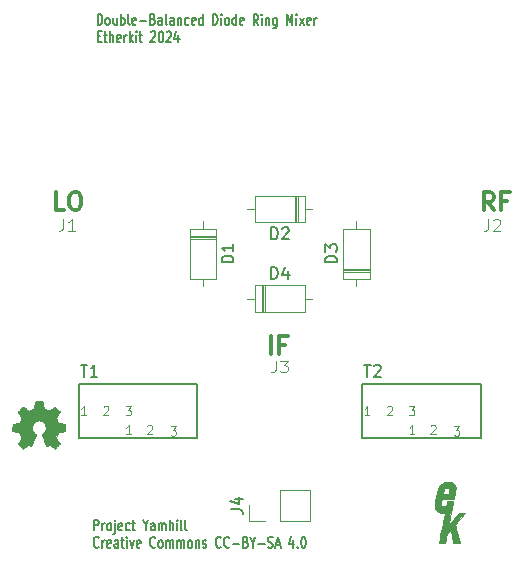
<source format=gto>
%TF.GenerationSoftware,KiCad,Pcbnew,7.0.10-7.0.10~ubuntu22.04.1*%
%TF.CreationDate,2024-01-03T18:17:20-08:00*%
%TF.ProjectId,YamhillDiodeRingMixer,59616d68-696c-46c4-9469-6f646552696e,A*%
%TF.SameCoordinates,Original*%
%TF.FileFunction,Legend,Top*%
%TF.FilePolarity,Positive*%
%FSLAX46Y46*%
G04 Gerber Fmt 4.6, Leading zero omitted, Abs format (unit mm)*
G04 Created by KiCad (PCBNEW 7.0.10-7.0.10~ubuntu22.04.1) date 2024-01-03 18:17:20*
%MOMM*%
%LPD*%
G01*
G04 APERTURE LIST*
%ADD10C,0.300000*%
%ADD11C,0.175000*%
%ADD12C,0.150000*%
%ADD13C,0.100000*%
%ADD14C,0.200000*%
%ADD15C,0.120000*%
%ADD16C,0.002540*%
%ADD17C,1.400000*%
%ADD18R,1.600000X1.600000*%
%ADD19O,1.600000X1.600000*%
%ADD20C,2.500000*%
%ADD21C,2.600000*%
%ADD22C,0.800000*%
%ADD23C,6.400000*%
%ADD24R,1.700000X1.700000*%
%ADD25O,1.700000X1.700000*%
G04 APERTURE END LIST*
D10*
X143111653Y-69000828D02*
X142611653Y-68286542D01*
X142254510Y-69000828D02*
X142254510Y-67500828D01*
X142254510Y-67500828D02*
X142825939Y-67500828D01*
X142825939Y-67500828D02*
X142968796Y-67572257D01*
X142968796Y-67572257D02*
X143040225Y-67643685D01*
X143040225Y-67643685D02*
X143111653Y-67786542D01*
X143111653Y-67786542D02*
X143111653Y-68000828D01*
X143111653Y-68000828D02*
X143040225Y-68143685D01*
X143040225Y-68143685D02*
X142968796Y-68215114D01*
X142968796Y-68215114D02*
X142825939Y-68286542D01*
X142825939Y-68286542D02*
X142254510Y-68286542D01*
X144254510Y-68215114D02*
X143754510Y-68215114D01*
X143754510Y-69000828D02*
X143754510Y-67500828D01*
X143754510Y-67500828D02*
X144468796Y-67500828D01*
D11*
X109281797Y-96131757D02*
X109281797Y-95231757D01*
X109281797Y-95231757D02*
X109548464Y-95231757D01*
X109548464Y-95231757D02*
X109615131Y-95274614D01*
X109615131Y-95274614D02*
X109648464Y-95317471D01*
X109648464Y-95317471D02*
X109681797Y-95403185D01*
X109681797Y-95403185D02*
X109681797Y-95531757D01*
X109681797Y-95531757D02*
X109648464Y-95617471D01*
X109648464Y-95617471D02*
X109615131Y-95660328D01*
X109615131Y-95660328D02*
X109548464Y-95703185D01*
X109548464Y-95703185D02*
X109281797Y-95703185D01*
X109981797Y-96131757D02*
X109981797Y-95531757D01*
X109981797Y-95703185D02*
X110015131Y-95617471D01*
X110015131Y-95617471D02*
X110048464Y-95574614D01*
X110048464Y-95574614D02*
X110115131Y-95531757D01*
X110115131Y-95531757D02*
X110181797Y-95531757D01*
X110515130Y-96131757D02*
X110448464Y-96088900D01*
X110448464Y-96088900D02*
X110415130Y-96046042D01*
X110415130Y-96046042D02*
X110381797Y-95960328D01*
X110381797Y-95960328D02*
X110381797Y-95703185D01*
X110381797Y-95703185D02*
X110415130Y-95617471D01*
X110415130Y-95617471D02*
X110448464Y-95574614D01*
X110448464Y-95574614D02*
X110515130Y-95531757D01*
X110515130Y-95531757D02*
X110615130Y-95531757D01*
X110615130Y-95531757D02*
X110681797Y-95574614D01*
X110681797Y-95574614D02*
X110715130Y-95617471D01*
X110715130Y-95617471D02*
X110748464Y-95703185D01*
X110748464Y-95703185D02*
X110748464Y-95960328D01*
X110748464Y-95960328D02*
X110715130Y-96046042D01*
X110715130Y-96046042D02*
X110681797Y-96088900D01*
X110681797Y-96088900D02*
X110615130Y-96131757D01*
X110615130Y-96131757D02*
X110515130Y-96131757D01*
X111048463Y-95531757D02*
X111048463Y-96303185D01*
X111048463Y-96303185D02*
X111015130Y-96388900D01*
X111015130Y-96388900D02*
X110948463Y-96431757D01*
X110948463Y-96431757D02*
X110915130Y-96431757D01*
X111048463Y-95231757D02*
X111015130Y-95274614D01*
X111015130Y-95274614D02*
X111048463Y-95317471D01*
X111048463Y-95317471D02*
X111081797Y-95274614D01*
X111081797Y-95274614D02*
X111048463Y-95231757D01*
X111048463Y-95231757D02*
X111048463Y-95317471D01*
X111648463Y-96088900D02*
X111581796Y-96131757D01*
X111581796Y-96131757D02*
X111448463Y-96131757D01*
X111448463Y-96131757D02*
X111381796Y-96088900D01*
X111381796Y-96088900D02*
X111348463Y-96003185D01*
X111348463Y-96003185D02*
X111348463Y-95660328D01*
X111348463Y-95660328D02*
X111381796Y-95574614D01*
X111381796Y-95574614D02*
X111448463Y-95531757D01*
X111448463Y-95531757D02*
X111581796Y-95531757D01*
X111581796Y-95531757D02*
X111648463Y-95574614D01*
X111648463Y-95574614D02*
X111681796Y-95660328D01*
X111681796Y-95660328D02*
X111681796Y-95746042D01*
X111681796Y-95746042D02*
X111348463Y-95831757D01*
X112281796Y-96088900D02*
X112215130Y-96131757D01*
X112215130Y-96131757D02*
X112081796Y-96131757D01*
X112081796Y-96131757D02*
X112015130Y-96088900D01*
X112015130Y-96088900D02*
X111981796Y-96046042D01*
X111981796Y-96046042D02*
X111948463Y-95960328D01*
X111948463Y-95960328D02*
X111948463Y-95703185D01*
X111948463Y-95703185D02*
X111981796Y-95617471D01*
X111981796Y-95617471D02*
X112015130Y-95574614D01*
X112015130Y-95574614D02*
X112081796Y-95531757D01*
X112081796Y-95531757D02*
X112215130Y-95531757D01*
X112215130Y-95531757D02*
X112281796Y-95574614D01*
X112481796Y-95531757D02*
X112748463Y-95531757D01*
X112581796Y-95231757D02*
X112581796Y-96003185D01*
X112581796Y-96003185D02*
X112615130Y-96088900D01*
X112615130Y-96088900D02*
X112681796Y-96131757D01*
X112681796Y-96131757D02*
X112748463Y-96131757D01*
X113648463Y-95703185D02*
X113648463Y-96131757D01*
X113415129Y-95231757D02*
X113648463Y-95703185D01*
X113648463Y-95703185D02*
X113881796Y-95231757D01*
X114415129Y-96131757D02*
X114415129Y-95660328D01*
X114415129Y-95660328D02*
X114381796Y-95574614D01*
X114381796Y-95574614D02*
X114315129Y-95531757D01*
X114315129Y-95531757D02*
X114181796Y-95531757D01*
X114181796Y-95531757D02*
X114115129Y-95574614D01*
X114415129Y-96088900D02*
X114348463Y-96131757D01*
X114348463Y-96131757D02*
X114181796Y-96131757D01*
X114181796Y-96131757D02*
X114115129Y-96088900D01*
X114115129Y-96088900D02*
X114081796Y-96003185D01*
X114081796Y-96003185D02*
X114081796Y-95917471D01*
X114081796Y-95917471D02*
X114115129Y-95831757D01*
X114115129Y-95831757D02*
X114181796Y-95788900D01*
X114181796Y-95788900D02*
X114348463Y-95788900D01*
X114348463Y-95788900D02*
X114415129Y-95746042D01*
X114748462Y-96131757D02*
X114748462Y-95531757D01*
X114748462Y-95617471D02*
X114781796Y-95574614D01*
X114781796Y-95574614D02*
X114848462Y-95531757D01*
X114848462Y-95531757D02*
X114948462Y-95531757D01*
X114948462Y-95531757D02*
X115015129Y-95574614D01*
X115015129Y-95574614D02*
X115048462Y-95660328D01*
X115048462Y-95660328D02*
X115048462Y-96131757D01*
X115048462Y-95660328D02*
X115081796Y-95574614D01*
X115081796Y-95574614D02*
X115148462Y-95531757D01*
X115148462Y-95531757D02*
X115248462Y-95531757D01*
X115248462Y-95531757D02*
X115315129Y-95574614D01*
X115315129Y-95574614D02*
X115348462Y-95660328D01*
X115348462Y-95660328D02*
X115348462Y-96131757D01*
X115681795Y-96131757D02*
X115681795Y-95231757D01*
X115981795Y-96131757D02*
X115981795Y-95660328D01*
X115981795Y-95660328D02*
X115948462Y-95574614D01*
X115948462Y-95574614D02*
X115881795Y-95531757D01*
X115881795Y-95531757D02*
X115781795Y-95531757D01*
X115781795Y-95531757D02*
X115715129Y-95574614D01*
X115715129Y-95574614D02*
X115681795Y-95617471D01*
X116315128Y-96131757D02*
X116315128Y-95531757D01*
X116315128Y-95231757D02*
X116281795Y-95274614D01*
X116281795Y-95274614D02*
X116315128Y-95317471D01*
X116315128Y-95317471D02*
X116348462Y-95274614D01*
X116348462Y-95274614D02*
X116315128Y-95231757D01*
X116315128Y-95231757D02*
X116315128Y-95317471D01*
X116748461Y-96131757D02*
X116681795Y-96088900D01*
X116681795Y-96088900D02*
X116648461Y-96003185D01*
X116648461Y-96003185D02*
X116648461Y-95231757D01*
X117115128Y-96131757D02*
X117048462Y-96088900D01*
X117048462Y-96088900D02*
X117015128Y-96003185D01*
X117015128Y-96003185D02*
X117015128Y-95231757D01*
X109681797Y-97495042D02*
X109648464Y-97537900D01*
X109648464Y-97537900D02*
X109548464Y-97580757D01*
X109548464Y-97580757D02*
X109481797Y-97580757D01*
X109481797Y-97580757D02*
X109381797Y-97537900D01*
X109381797Y-97537900D02*
X109315131Y-97452185D01*
X109315131Y-97452185D02*
X109281797Y-97366471D01*
X109281797Y-97366471D02*
X109248464Y-97195042D01*
X109248464Y-97195042D02*
X109248464Y-97066471D01*
X109248464Y-97066471D02*
X109281797Y-96895042D01*
X109281797Y-96895042D02*
X109315131Y-96809328D01*
X109315131Y-96809328D02*
X109381797Y-96723614D01*
X109381797Y-96723614D02*
X109481797Y-96680757D01*
X109481797Y-96680757D02*
X109548464Y-96680757D01*
X109548464Y-96680757D02*
X109648464Y-96723614D01*
X109648464Y-96723614D02*
X109681797Y-96766471D01*
X109981797Y-97580757D02*
X109981797Y-96980757D01*
X109981797Y-97152185D02*
X110015131Y-97066471D01*
X110015131Y-97066471D02*
X110048464Y-97023614D01*
X110048464Y-97023614D02*
X110115131Y-96980757D01*
X110115131Y-96980757D02*
X110181797Y-96980757D01*
X110681797Y-97537900D02*
X110615130Y-97580757D01*
X110615130Y-97580757D02*
X110481797Y-97580757D01*
X110481797Y-97580757D02*
X110415130Y-97537900D01*
X110415130Y-97537900D02*
X110381797Y-97452185D01*
X110381797Y-97452185D02*
X110381797Y-97109328D01*
X110381797Y-97109328D02*
X110415130Y-97023614D01*
X110415130Y-97023614D02*
X110481797Y-96980757D01*
X110481797Y-96980757D02*
X110615130Y-96980757D01*
X110615130Y-96980757D02*
X110681797Y-97023614D01*
X110681797Y-97023614D02*
X110715130Y-97109328D01*
X110715130Y-97109328D02*
X110715130Y-97195042D01*
X110715130Y-97195042D02*
X110381797Y-97280757D01*
X111315130Y-97580757D02*
X111315130Y-97109328D01*
X111315130Y-97109328D02*
X111281797Y-97023614D01*
X111281797Y-97023614D02*
X111215130Y-96980757D01*
X111215130Y-96980757D02*
X111081797Y-96980757D01*
X111081797Y-96980757D02*
X111015130Y-97023614D01*
X111315130Y-97537900D02*
X111248464Y-97580757D01*
X111248464Y-97580757D02*
X111081797Y-97580757D01*
X111081797Y-97580757D02*
X111015130Y-97537900D01*
X111015130Y-97537900D02*
X110981797Y-97452185D01*
X110981797Y-97452185D02*
X110981797Y-97366471D01*
X110981797Y-97366471D02*
X111015130Y-97280757D01*
X111015130Y-97280757D02*
X111081797Y-97237900D01*
X111081797Y-97237900D02*
X111248464Y-97237900D01*
X111248464Y-97237900D02*
X111315130Y-97195042D01*
X111548463Y-96980757D02*
X111815130Y-96980757D01*
X111648463Y-96680757D02*
X111648463Y-97452185D01*
X111648463Y-97452185D02*
X111681797Y-97537900D01*
X111681797Y-97537900D02*
X111748463Y-97580757D01*
X111748463Y-97580757D02*
X111815130Y-97580757D01*
X112048463Y-97580757D02*
X112048463Y-96980757D01*
X112048463Y-96680757D02*
X112015130Y-96723614D01*
X112015130Y-96723614D02*
X112048463Y-96766471D01*
X112048463Y-96766471D02*
X112081797Y-96723614D01*
X112081797Y-96723614D02*
X112048463Y-96680757D01*
X112048463Y-96680757D02*
X112048463Y-96766471D01*
X112315130Y-96980757D02*
X112481796Y-97580757D01*
X112481796Y-97580757D02*
X112648463Y-96980757D01*
X113181796Y-97537900D02*
X113115129Y-97580757D01*
X113115129Y-97580757D02*
X112981796Y-97580757D01*
X112981796Y-97580757D02*
X112915129Y-97537900D01*
X112915129Y-97537900D02*
X112881796Y-97452185D01*
X112881796Y-97452185D02*
X112881796Y-97109328D01*
X112881796Y-97109328D02*
X112915129Y-97023614D01*
X112915129Y-97023614D02*
X112981796Y-96980757D01*
X112981796Y-96980757D02*
X113115129Y-96980757D01*
X113115129Y-96980757D02*
X113181796Y-97023614D01*
X113181796Y-97023614D02*
X113215129Y-97109328D01*
X113215129Y-97109328D02*
X113215129Y-97195042D01*
X113215129Y-97195042D02*
X112881796Y-97280757D01*
X114448462Y-97495042D02*
X114415129Y-97537900D01*
X114415129Y-97537900D02*
X114315129Y-97580757D01*
X114315129Y-97580757D02*
X114248462Y-97580757D01*
X114248462Y-97580757D02*
X114148462Y-97537900D01*
X114148462Y-97537900D02*
X114081796Y-97452185D01*
X114081796Y-97452185D02*
X114048462Y-97366471D01*
X114048462Y-97366471D02*
X114015129Y-97195042D01*
X114015129Y-97195042D02*
X114015129Y-97066471D01*
X114015129Y-97066471D02*
X114048462Y-96895042D01*
X114048462Y-96895042D02*
X114081796Y-96809328D01*
X114081796Y-96809328D02*
X114148462Y-96723614D01*
X114148462Y-96723614D02*
X114248462Y-96680757D01*
X114248462Y-96680757D02*
X114315129Y-96680757D01*
X114315129Y-96680757D02*
X114415129Y-96723614D01*
X114415129Y-96723614D02*
X114448462Y-96766471D01*
X114848462Y-97580757D02*
X114781796Y-97537900D01*
X114781796Y-97537900D02*
X114748462Y-97495042D01*
X114748462Y-97495042D02*
X114715129Y-97409328D01*
X114715129Y-97409328D02*
X114715129Y-97152185D01*
X114715129Y-97152185D02*
X114748462Y-97066471D01*
X114748462Y-97066471D02*
X114781796Y-97023614D01*
X114781796Y-97023614D02*
X114848462Y-96980757D01*
X114848462Y-96980757D02*
X114948462Y-96980757D01*
X114948462Y-96980757D02*
X115015129Y-97023614D01*
X115015129Y-97023614D02*
X115048462Y-97066471D01*
X115048462Y-97066471D02*
X115081796Y-97152185D01*
X115081796Y-97152185D02*
X115081796Y-97409328D01*
X115081796Y-97409328D02*
X115048462Y-97495042D01*
X115048462Y-97495042D02*
X115015129Y-97537900D01*
X115015129Y-97537900D02*
X114948462Y-97580757D01*
X114948462Y-97580757D02*
X114848462Y-97580757D01*
X115381795Y-97580757D02*
X115381795Y-96980757D01*
X115381795Y-97066471D02*
X115415129Y-97023614D01*
X115415129Y-97023614D02*
X115481795Y-96980757D01*
X115481795Y-96980757D02*
X115581795Y-96980757D01*
X115581795Y-96980757D02*
X115648462Y-97023614D01*
X115648462Y-97023614D02*
X115681795Y-97109328D01*
X115681795Y-97109328D02*
X115681795Y-97580757D01*
X115681795Y-97109328D02*
X115715129Y-97023614D01*
X115715129Y-97023614D02*
X115781795Y-96980757D01*
X115781795Y-96980757D02*
X115881795Y-96980757D01*
X115881795Y-96980757D02*
X115948462Y-97023614D01*
X115948462Y-97023614D02*
X115981795Y-97109328D01*
X115981795Y-97109328D02*
X115981795Y-97580757D01*
X116315128Y-97580757D02*
X116315128Y-96980757D01*
X116315128Y-97066471D02*
X116348462Y-97023614D01*
X116348462Y-97023614D02*
X116415128Y-96980757D01*
X116415128Y-96980757D02*
X116515128Y-96980757D01*
X116515128Y-96980757D02*
X116581795Y-97023614D01*
X116581795Y-97023614D02*
X116615128Y-97109328D01*
X116615128Y-97109328D02*
X116615128Y-97580757D01*
X116615128Y-97109328D02*
X116648462Y-97023614D01*
X116648462Y-97023614D02*
X116715128Y-96980757D01*
X116715128Y-96980757D02*
X116815128Y-96980757D01*
X116815128Y-96980757D02*
X116881795Y-97023614D01*
X116881795Y-97023614D02*
X116915128Y-97109328D01*
X116915128Y-97109328D02*
X116915128Y-97580757D01*
X117348461Y-97580757D02*
X117281795Y-97537900D01*
X117281795Y-97537900D02*
X117248461Y-97495042D01*
X117248461Y-97495042D02*
X117215128Y-97409328D01*
X117215128Y-97409328D02*
X117215128Y-97152185D01*
X117215128Y-97152185D02*
X117248461Y-97066471D01*
X117248461Y-97066471D02*
X117281795Y-97023614D01*
X117281795Y-97023614D02*
X117348461Y-96980757D01*
X117348461Y-96980757D02*
X117448461Y-96980757D01*
X117448461Y-96980757D02*
X117515128Y-97023614D01*
X117515128Y-97023614D02*
X117548461Y-97066471D01*
X117548461Y-97066471D02*
X117581795Y-97152185D01*
X117581795Y-97152185D02*
X117581795Y-97409328D01*
X117581795Y-97409328D02*
X117548461Y-97495042D01*
X117548461Y-97495042D02*
X117515128Y-97537900D01*
X117515128Y-97537900D02*
X117448461Y-97580757D01*
X117448461Y-97580757D02*
X117348461Y-97580757D01*
X117881794Y-96980757D02*
X117881794Y-97580757D01*
X117881794Y-97066471D02*
X117915128Y-97023614D01*
X117915128Y-97023614D02*
X117981794Y-96980757D01*
X117981794Y-96980757D02*
X118081794Y-96980757D01*
X118081794Y-96980757D02*
X118148461Y-97023614D01*
X118148461Y-97023614D02*
X118181794Y-97109328D01*
X118181794Y-97109328D02*
X118181794Y-97580757D01*
X118481794Y-97537900D02*
X118548461Y-97580757D01*
X118548461Y-97580757D02*
X118681794Y-97580757D01*
X118681794Y-97580757D02*
X118748461Y-97537900D01*
X118748461Y-97537900D02*
X118781794Y-97452185D01*
X118781794Y-97452185D02*
X118781794Y-97409328D01*
X118781794Y-97409328D02*
X118748461Y-97323614D01*
X118748461Y-97323614D02*
X118681794Y-97280757D01*
X118681794Y-97280757D02*
X118581794Y-97280757D01*
X118581794Y-97280757D02*
X118515127Y-97237900D01*
X118515127Y-97237900D02*
X118481794Y-97152185D01*
X118481794Y-97152185D02*
X118481794Y-97109328D01*
X118481794Y-97109328D02*
X118515127Y-97023614D01*
X118515127Y-97023614D02*
X118581794Y-96980757D01*
X118581794Y-96980757D02*
X118681794Y-96980757D01*
X118681794Y-96980757D02*
X118748461Y-97023614D01*
X120015127Y-97495042D02*
X119981794Y-97537900D01*
X119981794Y-97537900D02*
X119881794Y-97580757D01*
X119881794Y-97580757D02*
X119815127Y-97580757D01*
X119815127Y-97580757D02*
X119715127Y-97537900D01*
X119715127Y-97537900D02*
X119648461Y-97452185D01*
X119648461Y-97452185D02*
X119615127Y-97366471D01*
X119615127Y-97366471D02*
X119581794Y-97195042D01*
X119581794Y-97195042D02*
X119581794Y-97066471D01*
X119581794Y-97066471D02*
X119615127Y-96895042D01*
X119615127Y-96895042D02*
X119648461Y-96809328D01*
X119648461Y-96809328D02*
X119715127Y-96723614D01*
X119715127Y-96723614D02*
X119815127Y-96680757D01*
X119815127Y-96680757D02*
X119881794Y-96680757D01*
X119881794Y-96680757D02*
X119981794Y-96723614D01*
X119981794Y-96723614D02*
X120015127Y-96766471D01*
X120715127Y-97495042D02*
X120681794Y-97537900D01*
X120681794Y-97537900D02*
X120581794Y-97580757D01*
X120581794Y-97580757D02*
X120515127Y-97580757D01*
X120515127Y-97580757D02*
X120415127Y-97537900D01*
X120415127Y-97537900D02*
X120348461Y-97452185D01*
X120348461Y-97452185D02*
X120315127Y-97366471D01*
X120315127Y-97366471D02*
X120281794Y-97195042D01*
X120281794Y-97195042D02*
X120281794Y-97066471D01*
X120281794Y-97066471D02*
X120315127Y-96895042D01*
X120315127Y-96895042D02*
X120348461Y-96809328D01*
X120348461Y-96809328D02*
X120415127Y-96723614D01*
X120415127Y-96723614D02*
X120515127Y-96680757D01*
X120515127Y-96680757D02*
X120581794Y-96680757D01*
X120581794Y-96680757D02*
X120681794Y-96723614D01*
X120681794Y-96723614D02*
X120715127Y-96766471D01*
X121015127Y-97237900D02*
X121548461Y-97237900D01*
X122115128Y-97109328D02*
X122215128Y-97152185D01*
X122215128Y-97152185D02*
X122248461Y-97195042D01*
X122248461Y-97195042D02*
X122281794Y-97280757D01*
X122281794Y-97280757D02*
X122281794Y-97409328D01*
X122281794Y-97409328D02*
X122248461Y-97495042D01*
X122248461Y-97495042D02*
X122215128Y-97537900D01*
X122215128Y-97537900D02*
X122148461Y-97580757D01*
X122148461Y-97580757D02*
X121881794Y-97580757D01*
X121881794Y-97580757D02*
X121881794Y-96680757D01*
X121881794Y-96680757D02*
X122115128Y-96680757D01*
X122115128Y-96680757D02*
X122181794Y-96723614D01*
X122181794Y-96723614D02*
X122215128Y-96766471D01*
X122215128Y-96766471D02*
X122248461Y-96852185D01*
X122248461Y-96852185D02*
X122248461Y-96937900D01*
X122248461Y-96937900D02*
X122215128Y-97023614D01*
X122215128Y-97023614D02*
X122181794Y-97066471D01*
X122181794Y-97066471D02*
X122115128Y-97109328D01*
X122115128Y-97109328D02*
X121881794Y-97109328D01*
X122715128Y-97152185D02*
X122715128Y-97580757D01*
X122481794Y-96680757D02*
X122715128Y-97152185D01*
X122715128Y-97152185D02*
X122948461Y-96680757D01*
X123181794Y-97237900D02*
X123715128Y-97237900D01*
X124015128Y-97537900D02*
X124115128Y-97580757D01*
X124115128Y-97580757D02*
X124281795Y-97580757D01*
X124281795Y-97580757D02*
X124348461Y-97537900D01*
X124348461Y-97537900D02*
X124381795Y-97495042D01*
X124381795Y-97495042D02*
X124415128Y-97409328D01*
X124415128Y-97409328D02*
X124415128Y-97323614D01*
X124415128Y-97323614D02*
X124381795Y-97237900D01*
X124381795Y-97237900D02*
X124348461Y-97195042D01*
X124348461Y-97195042D02*
X124281795Y-97152185D01*
X124281795Y-97152185D02*
X124148461Y-97109328D01*
X124148461Y-97109328D02*
X124081795Y-97066471D01*
X124081795Y-97066471D02*
X124048461Y-97023614D01*
X124048461Y-97023614D02*
X124015128Y-96937900D01*
X124015128Y-96937900D02*
X124015128Y-96852185D01*
X124015128Y-96852185D02*
X124048461Y-96766471D01*
X124048461Y-96766471D02*
X124081795Y-96723614D01*
X124081795Y-96723614D02*
X124148461Y-96680757D01*
X124148461Y-96680757D02*
X124315128Y-96680757D01*
X124315128Y-96680757D02*
X124415128Y-96723614D01*
X124681795Y-97323614D02*
X125015128Y-97323614D01*
X124615128Y-97580757D02*
X124848462Y-96680757D01*
X124848462Y-96680757D02*
X125081795Y-97580757D01*
X126148461Y-96980757D02*
X126148461Y-97580757D01*
X125981795Y-96637900D02*
X125815128Y-97280757D01*
X125815128Y-97280757D02*
X126248461Y-97280757D01*
X126515128Y-97495042D02*
X126548462Y-97537900D01*
X126548462Y-97537900D02*
X126515128Y-97580757D01*
X126515128Y-97580757D02*
X126481795Y-97537900D01*
X126481795Y-97537900D02*
X126515128Y-97495042D01*
X126515128Y-97495042D02*
X126515128Y-97580757D01*
X126981795Y-96680757D02*
X127048461Y-96680757D01*
X127048461Y-96680757D02*
X127115128Y-96723614D01*
X127115128Y-96723614D02*
X127148461Y-96766471D01*
X127148461Y-96766471D02*
X127181795Y-96852185D01*
X127181795Y-96852185D02*
X127215128Y-97023614D01*
X127215128Y-97023614D02*
X127215128Y-97237900D01*
X127215128Y-97237900D02*
X127181795Y-97409328D01*
X127181795Y-97409328D02*
X127148461Y-97495042D01*
X127148461Y-97495042D02*
X127115128Y-97537900D01*
X127115128Y-97537900D02*
X127048461Y-97580757D01*
X127048461Y-97580757D02*
X126981795Y-97580757D01*
X126981795Y-97580757D02*
X126915128Y-97537900D01*
X126915128Y-97537900D02*
X126881795Y-97495042D01*
X126881795Y-97495042D02*
X126848461Y-97409328D01*
X126848461Y-97409328D02*
X126815128Y-97237900D01*
X126815128Y-97237900D02*
X126815128Y-97023614D01*
X126815128Y-97023614D02*
X126848461Y-96852185D01*
X126848461Y-96852185D02*
X126881795Y-96766471D01*
X126881795Y-96766471D02*
X126915128Y-96723614D01*
X126915128Y-96723614D02*
X126981795Y-96680757D01*
D10*
X124254510Y-81200828D02*
X124254510Y-79700828D01*
X125468796Y-80415114D02*
X124968796Y-80415114D01*
X124968796Y-81200828D02*
X124968796Y-79700828D01*
X124968796Y-79700828D02*
X125683082Y-79700828D01*
X106768796Y-69000828D02*
X106054510Y-69000828D01*
X106054510Y-69000828D02*
X106054510Y-67500828D01*
X107554511Y-67500828D02*
X107840225Y-67500828D01*
X107840225Y-67500828D02*
X107983082Y-67572257D01*
X107983082Y-67572257D02*
X108125939Y-67715114D01*
X108125939Y-67715114D02*
X108197368Y-68000828D01*
X108197368Y-68000828D02*
X108197368Y-68500828D01*
X108197368Y-68500828D02*
X108125939Y-68786542D01*
X108125939Y-68786542D02*
X107983082Y-68929400D01*
X107983082Y-68929400D02*
X107840225Y-69000828D01*
X107840225Y-69000828D02*
X107554511Y-69000828D01*
X107554511Y-69000828D02*
X107411654Y-68929400D01*
X107411654Y-68929400D02*
X107268796Y-68786542D01*
X107268796Y-68786542D02*
X107197368Y-68500828D01*
X107197368Y-68500828D02*
X107197368Y-68000828D01*
X107197368Y-68000828D02*
X107268796Y-67715114D01*
X107268796Y-67715114D02*
X107411654Y-67572257D01*
X107411654Y-67572257D02*
X107554511Y-67500828D01*
D11*
X109581797Y-53331757D02*
X109581797Y-52431757D01*
X109581797Y-52431757D02*
X109748464Y-52431757D01*
X109748464Y-52431757D02*
X109848464Y-52474614D01*
X109848464Y-52474614D02*
X109915131Y-52560328D01*
X109915131Y-52560328D02*
X109948464Y-52646042D01*
X109948464Y-52646042D02*
X109981797Y-52817471D01*
X109981797Y-52817471D02*
X109981797Y-52946042D01*
X109981797Y-52946042D02*
X109948464Y-53117471D01*
X109948464Y-53117471D02*
X109915131Y-53203185D01*
X109915131Y-53203185D02*
X109848464Y-53288900D01*
X109848464Y-53288900D02*
X109748464Y-53331757D01*
X109748464Y-53331757D02*
X109581797Y-53331757D01*
X110381797Y-53331757D02*
X110315131Y-53288900D01*
X110315131Y-53288900D02*
X110281797Y-53246042D01*
X110281797Y-53246042D02*
X110248464Y-53160328D01*
X110248464Y-53160328D02*
X110248464Y-52903185D01*
X110248464Y-52903185D02*
X110281797Y-52817471D01*
X110281797Y-52817471D02*
X110315131Y-52774614D01*
X110315131Y-52774614D02*
X110381797Y-52731757D01*
X110381797Y-52731757D02*
X110481797Y-52731757D01*
X110481797Y-52731757D02*
X110548464Y-52774614D01*
X110548464Y-52774614D02*
X110581797Y-52817471D01*
X110581797Y-52817471D02*
X110615131Y-52903185D01*
X110615131Y-52903185D02*
X110615131Y-53160328D01*
X110615131Y-53160328D02*
X110581797Y-53246042D01*
X110581797Y-53246042D02*
X110548464Y-53288900D01*
X110548464Y-53288900D02*
X110481797Y-53331757D01*
X110481797Y-53331757D02*
X110381797Y-53331757D01*
X111215130Y-52731757D02*
X111215130Y-53331757D01*
X110915130Y-52731757D02*
X110915130Y-53203185D01*
X110915130Y-53203185D02*
X110948464Y-53288900D01*
X110948464Y-53288900D02*
X111015130Y-53331757D01*
X111015130Y-53331757D02*
X111115130Y-53331757D01*
X111115130Y-53331757D02*
X111181797Y-53288900D01*
X111181797Y-53288900D02*
X111215130Y-53246042D01*
X111548463Y-53331757D02*
X111548463Y-52431757D01*
X111548463Y-52774614D02*
X111615130Y-52731757D01*
X111615130Y-52731757D02*
X111748463Y-52731757D01*
X111748463Y-52731757D02*
X111815130Y-52774614D01*
X111815130Y-52774614D02*
X111848463Y-52817471D01*
X111848463Y-52817471D02*
X111881797Y-52903185D01*
X111881797Y-52903185D02*
X111881797Y-53160328D01*
X111881797Y-53160328D02*
X111848463Y-53246042D01*
X111848463Y-53246042D02*
X111815130Y-53288900D01*
X111815130Y-53288900D02*
X111748463Y-53331757D01*
X111748463Y-53331757D02*
X111615130Y-53331757D01*
X111615130Y-53331757D02*
X111548463Y-53288900D01*
X112281796Y-53331757D02*
X112215130Y-53288900D01*
X112215130Y-53288900D02*
X112181796Y-53203185D01*
X112181796Y-53203185D02*
X112181796Y-52431757D01*
X112815130Y-53288900D02*
X112748463Y-53331757D01*
X112748463Y-53331757D02*
X112615130Y-53331757D01*
X112615130Y-53331757D02*
X112548463Y-53288900D01*
X112548463Y-53288900D02*
X112515130Y-53203185D01*
X112515130Y-53203185D02*
X112515130Y-52860328D01*
X112515130Y-52860328D02*
X112548463Y-52774614D01*
X112548463Y-52774614D02*
X112615130Y-52731757D01*
X112615130Y-52731757D02*
X112748463Y-52731757D01*
X112748463Y-52731757D02*
X112815130Y-52774614D01*
X112815130Y-52774614D02*
X112848463Y-52860328D01*
X112848463Y-52860328D02*
X112848463Y-52946042D01*
X112848463Y-52946042D02*
X112515130Y-53031757D01*
X113148463Y-52988900D02*
X113681797Y-52988900D01*
X114248464Y-52860328D02*
X114348464Y-52903185D01*
X114348464Y-52903185D02*
X114381797Y-52946042D01*
X114381797Y-52946042D02*
X114415130Y-53031757D01*
X114415130Y-53031757D02*
X114415130Y-53160328D01*
X114415130Y-53160328D02*
X114381797Y-53246042D01*
X114381797Y-53246042D02*
X114348464Y-53288900D01*
X114348464Y-53288900D02*
X114281797Y-53331757D01*
X114281797Y-53331757D02*
X114015130Y-53331757D01*
X114015130Y-53331757D02*
X114015130Y-52431757D01*
X114015130Y-52431757D02*
X114248464Y-52431757D01*
X114248464Y-52431757D02*
X114315130Y-52474614D01*
X114315130Y-52474614D02*
X114348464Y-52517471D01*
X114348464Y-52517471D02*
X114381797Y-52603185D01*
X114381797Y-52603185D02*
X114381797Y-52688900D01*
X114381797Y-52688900D02*
X114348464Y-52774614D01*
X114348464Y-52774614D02*
X114315130Y-52817471D01*
X114315130Y-52817471D02*
X114248464Y-52860328D01*
X114248464Y-52860328D02*
X114015130Y-52860328D01*
X115015130Y-53331757D02*
X115015130Y-52860328D01*
X115015130Y-52860328D02*
X114981797Y-52774614D01*
X114981797Y-52774614D02*
X114915130Y-52731757D01*
X114915130Y-52731757D02*
X114781797Y-52731757D01*
X114781797Y-52731757D02*
X114715130Y-52774614D01*
X115015130Y-53288900D02*
X114948464Y-53331757D01*
X114948464Y-53331757D02*
X114781797Y-53331757D01*
X114781797Y-53331757D02*
X114715130Y-53288900D01*
X114715130Y-53288900D02*
X114681797Y-53203185D01*
X114681797Y-53203185D02*
X114681797Y-53117471D01*
X114681797Y-53117471D02*
X114715130Y-53031757D01*
X114715130Y-53031757D02*
X114781797Y-52988900D01*
X114781797Y-52988900D02*
X114948464Y-52988900D01*
X114948464Y-52988900D02*
X115015130Y-52946042D01*
X115448463Y-53331757D02*
X115381797Y-53288900D01*
X115381797Y-53288900D02*
X115348463Y-53203185D01*
X115348463Y-53203185D02*
X115348463Y-52431757D01*
X116015130Y-53331757D02*
X116015130Y-52860328D01*
X116015130Y-52860328D02*
X115981797Y-52774614D01*
X115981797Y-52774614D02*
X115915130Y-52731757D01*
X115915130Y-52731757D02*
X115781797Y-52731757D01*
X115781797Y-52731757D02*
X115715130Y-52774614D01*
X116015130Y-53288900D02*
X115948464Y-53331757D01*
X115948464Y-53331757D02*
X115781797Y-53331757D01*
X115781797Y-53331757D02*
X115715130Y-53288900D01*
X115715130Y-53288900D02*
X115681797Y-53203185D01*
X115681797Y-53203185D02*
X115681797Y-53117471D01*
X115681797Y-53117471D02*
X115715130Y-53031757D01*
X115715130Y-53031757D02*
X115781797Y-52988900D01*
X115781797Y-52988900D02*
X115948464Y-52988900D01*
X115948464Y-52988900D02*
X116015130Y-52946042D01*
X116348463Y-52731757D02*
X116348463Y-53331757D01*
X116348463Y-52817471D02*
X116381797Y-52774614D01*
X116381797Y-52774614D02*
X116448463Y-52731757D01*
X116448463Y-52731757D02*
X116548463Y-52731757D01*
X116548463Y-52731757D02*
X116615130Y-52774614D01*
X116615130Y-52774614D02*
X116648463Y-52860328D01*
X116648463Y-52860328D02*
X116648463Y-53331757D01*
X117281796Y-53288900D02*
X117215130Y-53331757D01*
X117215130Y-53331757D02*
X117081796Y-53331757D01*
X117081796Y-53331757D02*
X117015130Y-53288900D01*
X117015130Y-53288900D02*
X116981796Y-53246042D01*
X116981796Y-53246042D02*
X116948463Y-53160328D01*
X116948463Y-53160328D02*
X116948463Y-52903185D01*
X116948463Y-52903185D02*
X116981796Y-52817471D01*
X116981796Y-52817471D02*
X117015130Y-52774614D01*
X117015130Y-52774614D02*
X117081796Y-52731757D01*
X117081796Y-52731757D02*
X117215130Y-52731757D01*
X117215130Y-52731757D02*
X117281796Y-52774614D01*
X117848463Y-53288900D02*
X117781796Y-53331757D01*
X117781796Y-53331757D02*
X117648463Y-53331757D01*
X117648463Y-53331757D02*
X117581796Y-53288900D01*
X117581796Y-53288900D02*
X117548463Y-53203185D01*
X117548463Y-53203185D02*
X117548463Y-52860328D01*
X117548463Y-52860328D02*
X117581796Y-52774614D01*
X117581796Y-52774614D02*
X117648463Y-52731757D01*
X117648463Y-52731757D02*
X117781796Y-52731757D01*
X117781796Y-52731757D02*
X117848463Y-52774614D01*
X117848463Y-52774614D02*
X117881796Y-52860328D01*
X117881796Y-52860328D02*
X117881796Y-52946042D01*
X117881796Y-52946042D02*
X117548463Y-53031757D01*
X118481796Y-53331757D02*
X118481796Y-52431757D01*
X118481796Y-53288900D02*
X118415130Y-53331757D01*
X118415130Y-53331757D02*
X118281796Y-53331757D01*
X118281796Y-53331757D02*
X118215130Y-53288900D01*
X118215130Y-53288900D02*
X118181796Y-53246042D01*
X118181796Y-53246042D02*
X118148463Y-53160328D01*
X118148463Y-53160328D02*
X118148463Y-52903185D01*
X118148463Y-52903185D02*
X118181796Y-52817471D01*
X118181796Y-52817471D02*
X118215130Y-52774614D01*
X118215130Y-52774614D02*
X118281796Y-52731757D01*
X118281796Y-52731757D02*
X118415130Y-52731757D01*
X118415130Y-52731757D02*
X118481796Y-52774614D01*
X119348462Y-53331757D02*
X119348462Y-52431757D01*
X119348462Y-52431757D02*
X119515129Y-52431757D01*
X119515129Y-52431757D02*
X119615129Y-52474614D01*
X119615129Y-52474614D02*
X119681796Y-52560328D01*
X119681796Y-52560328D02*
X119715129Y-52646042D01*
X119715129Y-52646042D02*
X119748462Y-52817471D01*
X119748462Y-52817471D02*
X119748462Y-52946042D01*
X119748462Y-52946042D02*
X119715129Y-53117471D01*
X119715129Y-53117471D02*
X119681796Y-53203185D01*
X119681796Y-53203185D02*
X119615129Y-53288900D01*
X119615129Y-53288900D02*
X119515129Y-53331757D01*
X119515129Y-53331757D02*
X119348462Y-53331757D01*
X120048462Y-53331757D02*
X120048462Y-52731757D01*
X120048462Y-52431757D02*
X120015129Y-52474614D01*
X120015129Y-52474614D02*
X120048462Y-52517471D01*
X120048462Y-52517471D02*
X120081796Y-52474614D01*
X120081796Y-52474614D02*
X120048462Y-52431757D01*
X120048462Y-52431757D02*
X120048462Y-52517471D01*
X120481795Y-53331757D02*
X120415129Y-53288900D01*
X120415129Y-53288900D02*
X120381795Y-53246042D01*
X120381795Y-53246042D02*
X120348462Y-53160328D01*
X120348462Y-53160328D02*
X120348462Y-52903185D01*
X120348462Y-52903185D02*
X120381795Y-52817471D01*
X120381795Y-52817471D02*
X120415129Y-52774614D01*
X120415129Y-52774614D02*
X120481795Y-52731757D01*
X120481795Y-52731757D02*
X120581795Y-52731757D01*
X120581795Y-52731757D02*
X120648462Y-52774614D01*
X120648462Y-52774614D02*
X120681795Y-52817471D01*
X120681795Y-52817471D02*
X120715129Y-52903185D01*
X120715129Y-52903185D02*
X120715129Y-53160328D01*
X120715129Y-53160328D02*
X120681795Y-53246042D01*
X120681795Y-53246042D02*
X120648462Y-53288900D01*
X120648462Y-53288900D02*
X120581795Y-53331757D01*
X120581795Y-53331757D02*
X120481795Y-53331757D01*
X121315128Y-53331757D02*
X121315128Y-52431757D01*
X121315128Y-53288900D02*
X121248462Y-53331757D01*
X121248462Y-53331757D02*
X121115128Y-53331757D01*
X121115128Y-53331757D02*
X121048462Y-53288900D01*
X121048462Y-53288900D02*
X121015128Y-53246042D01*
X121015128Y-53246042D02*
X120981795Y-53160328D01*
X120981795Y-53160328D02*
X120981795Y-52903185D01*
X120981795Y-52903185D02*
X121015128Y-52817471D01*
X121015128Y-52817471D02*
X121048462Y-52774614D01*
X121048462Y-52774614D02*
X121115128Y-52731757D01*
X121115128Y-52731757D02*
X121248462Y-52731757D01*
X121248462Y-52731757D02*
X121315128Y-52774614D01*
X121915128Y-53288900D02*
X121848461Y-53331757D01*
X121848461Y-53331757D02*
X121715128Y-53331757D01*
X121715128Y-53331757D02*
X121648461Y-53288900D01*
X121648461Y-53288900D02*
X121615128Y-53203185D01*
X121615128Y-53203185D02*
X121615128Y-52860328D01*
X121615128Y-52860328D02*
X121648461Y-52774614D01*
X121648461Y-52774614D02*
X121715128Y-52731757D01*
X121715128Y-52731757D02*
X121848461Y-52731757D01*
X121848461Y-52731757D02*
X121915128Y-52774614D01*
X121915128Y-52774614D02*
X121948461Y-52860328D01*
X121948461Y-52860328D02*
X121948461Y-52946042D01*
X121948461Y-52946042D02*
X121615128Y-53031757D01*
X123181794Y-53331757D02*
X122948461Y-52903185D01*
X122781794Y-53331757D02*
X122781794Y-52431757D01*
X122781794Y-52431757D02*
X123048461Y-52431757D01*
X123048461Y-52431757D02*
X123115128Y-52474614D01*
X123115128Y-52474614D02*
X123148461Y-52517471D01*
X123148461Y-52517471D02*
X123181794Y-52603185D01*
X123181794Y-52603185D02*
X123181794Y-52731757D01*
X123181794Y-52731757D02*
X123148461Y-52817471D01*
X123148461Y-52817471D02*
X123115128Y-52860328D01*
X123115128Y-52860328D02*
X123048461Y-52903185D01*
X123048461Y-52903185D02*
X122781794Y-52903185D01*
X123481794Y-53331757D02*
X123481794Y-52731757D01*
X123481794Y-52431757D02*
X123448461Y-52474614D01*
X123448461Y-52474614D02*
X123481794Y-52517471D01*
X123481794Y-52517471D02*
X123515128Y-52474614D01*
X123515128Y-52474614D02*
X123481794Y-52431757D01*
X123481794Y-52431757D02*
X123481794Y-52517471D01*
X123815127Y-52731757D02*
X123815127Y-53331757D01*
X123815127Y-52817471D02*
X123848461Y-52774614D01*
X123848461Y-52774614D02*
X123915127Y-52731757D01*
X123915127Y-52731757D02*
X124015127Y-52731757D01*
X124015127Y-52731757D02*
X124081794Y-52774614D01*
X124081794Y-52774614D02*
X124115127Y-52860328D01*
X124115127Y-52860328D02*
X124115127Y-53331757D01*
X124748460Y-52731757D02*
X124748460Y-53460328D01*
X124748460Y-53460328D02*
X124715127Y-53546042D01*
X124715127Y-53546042D02*
X124681794Y-53588900D01*
X124681794Y-53588900D02*
X124615127Y-53631757D01*
X124615127Y-53631757D02*
X124515127Y-53631757D01*
X124515127Y-53631757D02*
X124448460Y-53588900D01*
X124748460Y-53288900D02*
X124681794Y-53331757D01*
X124681794Y-53331757D02*
X124548460Y-53331757D01*
X124548460Y-53331757D02*
X124481794Y-53288900D01*
X124481794Y-53288900D02*
X124448460Y-53246042D01*
X124448460Y-53246042D02*
X124415127Y-53160328D01*
X124415127Y-53160328D02*
X124415127Y-52903185D01*
X124415127Y-52903185D02*
X124448460Y-52817471D01*
X124448460Y-52817471D02*
X124481794Y-52774614D01*
X124481794Y-52774614D02*
X124548460Y-52731757D01*
X124548460Y-52731757D02*
X124681794Y-52731757D01*
X124681794Y-52731757D02*
X124748460Y-52774614D01*
X125615126Y-53331757D02*
X125615126Y-52431757D01*
X125615126Y-52431757D02*
X125848460Y-53074614D01*
X125848460Y-53074614D02*
X126081793Y-52431757D01*
X126081793Y-52431757D02*
X126081793Y-53331757D01*
X126415126Y-53331757D02*
X126415126Y-52731757D01*
X126415126Y-52431757D02*
X126381793Y-52474614D01*
X126381793Y-52474614D02*
X126415126Y-52517471D01*
X126415126Y-52517471D02*
X126448460Y-52474614D01*
X126448460Y-52474614D02*
X126415126Y-52431757D01*
X126415126Y-52431757D02*
X126415126Y-52517471D01*
X126681793Y-53331757D02*
X127048459Y-52731757D01*
X126681793Y-52731757D02*
X127048459Y-53331757D01*
X127581793Y-53288900D02*
X127515126Y-53331757D01*
X127515126Y-53331757D02*
X127381793Y-53331757D01*
X127381793Y-53331757D02*
X127315126Y-53288900D01*
X127315126Y-53288900D02*
X127281793Y-53203185D01*
X127281793Y-53203185D02*
X127281793Y-52860328D01*
X127281793Y-52860328D02*
X127315126Y-52774614D01*
X127315126Y-52774614D02*
X127381793Y-52731757D01*
X127381793Y-52731757D02*
X127515126Y-52731757D01*
X127515126Y-52731757D02*
X127581793Y-52774614D01*
X127581793Y-52774614D02*
X127615126Y-52860328D01*
X127615126Y-52860328D02*
X127615126Y-52946042D01*
X127615126Y-52946042D02*
X127281793Y-53031757D01*
X127915126Y-53331757D02*
X127915126Y-52731757D01*
X127915126Y-52903185D02*
X127948460Y-52817471D01*
X127948460Y-52817471D02*
X127981793Y-52774614D01*
X127981793Y-52774614D02*
X128048460Y-52731757D01*
X128048460Y-52731757D02*
X128115126Y-52731757D01*
X109581797Y-54309328D02*
X109815131Y-54309328D01*
X109915131Y-54780757D02*
X109581797Y-54780757D01*
X109581797Y-54780757D02*
X109581797Y-53880757D01*
X109581797Y-53880757D02*
X109915131Y-53880757D01*
X110115130Y-54180757D02*
X110381797Y-54180757D01*
X110215130Y-53880757D02*
X110215130Y-54652185D01*
X110215130Y-54652185D02*
X110248464Y-54737900D01*
X110248464Y-54737900D02*
X110315130Y-54780757D01*
X110315130Y-54780757D02*
X110381797Y-54780757D01*
X110615130Y-54780757D02*
X110615130Y-53880757D01*
X110915130Y-54780757D02*
X110915130Y-54309328D01*
X110915130Y-54309328D02*
X110881797Y-54223614D01*
X110881797Y-54223614D02*
X110815130Y-54180757D01*
X110815130Y-54180757D02*
X110715130Y-54180757D01*
X110715130Y-54180757D02*
X110648464Y-54223614D01*
X110648464Y-54223614D02*
X110615130Y-54266471D01*
X111515130Y-54737900D02*
X111448463Y-54780757D01*
X111448463Y-54780757D02*
X111315130Y-54780757D01*
X111315130Y-54780757D02*
X111248463Y-54737900D01*
X111248463Y-54737900D02*
X111215130Y-54652185D01*
X111215130Y-54652185D02*
X111215130Y-54309328D01*
X111215130Y-54309328D02*
X111248463Y-54223614D01*
X111248463Y-54223614D02*
X111315130Y-54180757D01*
X111315130Y-54180757D02*
X111448463Y-54180757D01*
X111448463Y-54180757D02*
X111515130Y-54223614D01*
X111515130Y-54223614D02*
X111548463Y-54309328D01*
X111548463Y-54309328D02*
X111548463Y-54395042D01*
X111548463Y-54395042D02*
X111215130Y-54480757D01*
X111848463Y-54780757D02*
X111848463Y-54180757D01*
X111848463Y-54352185D02*
X111881797Y-54266471D01*
X111881797Y-54266471D02*
X111915130Y-54223614D01*
X111915130Y-54223614D02*
X111981797Y-54180757D01*
X111981797Y-54180757D02*
X112048463Y-54180757D01*
X112281796Y-54780757D02*
X112281796Y-53880757D01*
X112348463Y-54437900D02*
X112548463Y-54780757D01*
X112548463Y-54180757D02*
X112281796Y-54523614D01*
X112848463Y-54780757D02*
X112848463Y-54180757D01*
X112848463Y-53880757D02*
X112815130Y-53923614D01*
X112815130Y-53923614D02*
X112848463Y-53966471D01*
X112848463Y-53966471D02*
X112881797Y-53923614D01*
X112881797Y-53923614D02*
X112848463Y-53880757D01*
X112848463Y-53880757D02*
X112848463Y-53966471D01*
X113081796Y-54180757D02*
X113348463Y-54180757D01*
X113181796Y-53880757D02*
X113181796Y-54652185D01*
X113181796Y-54652185D02*
X113215130Y-54737900D01*
X113215130Y-54737900D02*
X113281796Y-54780757D01*
X113281796Y-54780757D02*
X113348463Y-54780757D01*
X114081796Y-53966471D02*
X114115129Y-53923614D01*
X114115129Y-53923614D02*
X114181796Y-53880757D01*
X114181796Y-53880757D02*
X114348463Y-53880757D01*
X114348463Y-53880757D02*
X114415129Y-53923614D01*
X114415129Y-53923614D02*
X114448463Y-53966471D01*
X114448463Y-53966471D02*
X114481796Y-54052185D01*
X114481796Y-54052185D02*
X114481796Y-54137900D01*
X114481796Y-54137900D02*
X114448463Y-54266471D01*
X114448463Y-54266471D02*
X114048463Y-54780757D01*
X114048463Y-54780757D02*
X114481796Y-54780757D01*
X114915130Y-53880757D02*
X114981796Y-53880757D01*
X114981796Y-53880757D02*
X115048463Y-53923614D01*
X115048463Y-53923614D02*
X115081796Y-53966471D01*
X115081796Y-53966471D02*
X115115130Y-54052185D01*
X115115130Y-54052185D02*
X115148463Y-54223614D01*
X115148463Y-54223614D02*
X115148463Y-54437900D01*
X115148463Y-54437900D02*
X115115130Y-54609328D01*
X115115130Y-54609328D02*
X115081796Y-54695042D01*
X115081796Y-54695042D02*
X115048463Y-54737900D01*
X115048463Y-54737900D02*
X114981796Y-54780757D01*
X114981796Y-54780757D02*
X114915130Y-54780757D01*
X114915130Y-54780757D02*
X114848463Y-54737900D01*
X114848463Y-54737900D02*
X114815130Y-54695042D01*
X114815130Y-54695042D02*
X114781796Y-54609328D01*
X114781796Y-54609328D02*
X114748463Y-54437900D01*
X114748463Y-54437900D02*
X114748463Y-54223614D01*
X114748463Y-54223614D02*
X114781796Y-54052185D01*
X114781796Y-54052185D02*
X114815130Y-53966471D01*
X114815130Y-53966471D02*
X114848463Y-53923614D01*
X114848463Y-53923614D02*
X114915130Y-53880757D01*
X115415130Y-53966471D02*
X115448463Y-53923614D01*
X115448463Y-53923614D02*
X115515130Y-53880757D01*
X115515130Y-53880757D02*
X115681797Y-53880757D01*
X115681797Y-53880757D02*
X115748463Y-53923614D01*
X115748463Y-53923614D02*
X115781797Y-53966471D01*
X115781797Y-53966471D02*
X115815130Y-54052185D01*
X115815130Y-54052185D02*
X115815130Y-54137900D01*
X115815130Y-54137900D02*
X115781797Y-54266471D01*
X115781797Y-54266471D02*
X115381797Y-54780757D01*
X115381797Y-54780757D02*
X115815130Y-54780757D01*
X116415130Y-54180757D02*
X116415130Y-54780757D01*
X116248464Y-53837900D02*
X116081797Y-54480757D01*
X116081797Y-54480757D02*
X116515130Y-54480757D01*
D12*
X132138095Y-82104819D02*
X132709523Y-82104819D01*
X132423809Y-83104819D02*
X132423809Y-82104819D01*
X132995238Y-82200057D02*
X133042857Y-82152438D01*
X133042857Y-82152438D02*
X133138095Y-82104819D01*
X133138095Y-82104819D02*
X133376190Y-82104819D01*
X133376190Y-82104819D02*
X133471428Y-82152438D01*
X133471428Y-82152438D02*
X133519047Y-82200057D01*
X133519047Y-82200057D02*
X133566666Y-82295295D01*
X133566666Y-82295295D02*
X133566666Y-82390533D01*
X133566666Y-82390533D02*
X133519047Y-82533390D01*
X133519047Y-82533390D02*
X132947619Y-83104819D01*
X132947619Y-83104819D02*
X133566666Y-83104819D01*
D13*
X134099122Y-85673085D02*
X134132455Y-85634990D01*
X134132455Y-85634990D02*
X134199122Y-85596895D01*
X134199122Y-85596895D02*
X134365789Y-85596895D01*
X134365789Y-85596895D02*
X134432455Y-85634990D01*
X134432455Y-85634990D02*
X134465789Y-85673085D01*
X134465789Y-85673085D02*
X134499122Y-85749276D01*
X134499122Y-85749276D02*
X134499122Y-85825466D01*
X134499122Y-85825466D02*
X134465789Y-85939752D01*
X134465789Y-85939752D02*
X134065789Y-86396895D01*
X134065789Y-86396895D02*
X134499122Y-86396895D01*
X136399122Y-87996895D02*
X135999122Y-87996895D01*
X136199122Y-87996895D02*
X136199122Y-87196895D01*
X136199122Y-87196895D02*
X136132455Y-87311180D01*
X136132455Y-87311180D02*
X136065789Y-87387371D01*
X136065789Y-87387371D02*
X135999122Y-87425466D01*
X135965789Y-85596895D02*
X136399122Y-85596895D01*
X136399122Y-85596895D02*
X136165789Y-85901657D01*
X136165789Y-85901657D02*
X136265789Y-85901657D01*
X136265789Y-85901657D02*
X136332455Y-85939752D01*
X136332455Y-85939752D02*
X136365789Y-85977847D01*
X136365789Y-85977847D02*
X136399122Y-86054038D01*
X136399122Y-86054038D02*
X136399122Y-86244514D01*
X136399122Y-86244514D02*
X136365789Y-86320704D01*
X136365789Y-86320704D02*
X136332455Y-86358800D01*
X136332455Y-86358800D02*
X136265789Y-86396895D01*
X136265789Y-86396895D02*
X136065789Y-86396895D01*
X136065789Y-86396895D02*
X135999122Y-86358800D01*
X135999122Y-86358800D02*
X135965789Y-86320704D01*
X139765789Y-87296895D02*
X140199122Y-87296895D01*
X140199122Y-87296895D02*
X139965789Y-87601657D01*
X139965789Y-87601657D02*
X140065789Y-87601657D01*
X140065789Y-87601657D02*
X140132455Y-87639752D01*
X140132455Y-87639752D02*
X140165789Y-87677847D01*
X140165789Y-87677847D02*
X140199122Y-87754038D01*
X140199122Y-87754038D02*
X140199122Y-87944514D01*
X140199122Y-87944514D02*
X140165789Y-88020704D01*
X140165789Y-88020704D02*
X140132455Y-88058800D01*
X140132455Y-88058800D02*
X140065789Y-88096895D01*
X140065789Y-88096895D02*
X139865789Y-88096895D01*
X139865789Y-88096895D02*
X139799122Y-88058800D01*
X139799122Y-88058800D02*
X139765789Y-88020704D01*
X137799122Y-87273085D02*
X137832455Y-87234990D01*
X137832455Y-87234990D02*
X137899122Y-87196895D01*
X137899122Y-87196895D02*
X138065789Y-87196895D01*
X138065789Y-87196895D02*
X138132455Y-87234990D01*
X138132455Y-87234990D02*
X138165789Y-87273085D01*
X138165789Y-87273085D02*
X138199122Y-87349276D01*
X138199122Y-87349276D02*
X138199122Y-87425466D01*
X138199122Y-87425466D02*
X138165789Y-87539752D01*
X138165789Y-87539752D02*
X137765789Y-87996895D01*
X137765789Y-87996895D02*
X138199122Y-87996895D01*
X132599122Y-86396895D02*
X132199122Y-86396895D01*
X132399122Y-86396895D02*
X132399122Y-85596895D01*
X132399122Y-85596895D02*
X132332455Y-85711180D01*
X132332455Y-85711180D02*
X132265789Y-85787371D01*
X132265789Y-85787371D02*
X132199122Y-85825466D01*
D12*
X108138095Y-82104819D02*
X108709523Y-82104819D01*
X108423809Y-83104819D02*
X108423809Y-82104819D01*
X109566666Y-83104819D02*
X108995238Y-83104819D01*
X109280952Y-83104819D02*
X109280952Y-82104819D01*
X109280952Y-82104819D02*
X109185714Y-82247676D01*
X109185714Y-82247676D02*
X109090476Y-82342914D01*
X109090476Y-82342914D02*
X108995238Y-82390533D01*
D13*
X110099122Y-85673085D02*
X110132455Y-85634990D01*
X110132455Y-85634990D02*
X110199122Y-85596895D01*
X110199122Y-85596895D02*
X110365789Y-85596895D01*
X110365789Y-85596895D02*
X110432455Y-85634990D01*
X110432455Y-85634990D02*
X110465789Y-85673085D01*
X110465789Y-85673085D02*
X110499122Y-85749276D01*
X110499122Y-85749276D02*
X110499122Y-85825466D01*
X110499122Y-85825466D02*
X110465789Y-85939752D01*
X110465789Y-85939752D02*
X110065789Y-86396895D01*
X110065789Y-86396895D02*
X110499122Y-86396895D01*
X112399122Y-87996895D02*
X111999122Y-87996895D01*
X112199122Y-87996895D02*
X112199122Y-87196895D01*
X112199122Y-87196895D02*
X112132455Y-87311180D01*
X112132455Y-87311180D02*
X112065789Y-87387371D01*
X112065789Y-87387371D02*
X111999122Y-87425466D01*
X111965789Y-85596895D02*
X112399122Y-85596895D01*
X112399122Y-85596895D02*
X112165789Y-85901657D01*
X112165789Y-85901657D02*
X112265789Y-85901657D01*
X112265789Y-85901657D02*
X112332455Y-85939752D01*
X112332455Y-85939752D02*
X112365789Y-85977847D01*
X112365789Y-85977847D02*
X112399122Y-86054038D01*
X112399122Y-86054038D02*
X112399122Y-86244514D01*
X112399122Y-86244514D02*
X112365789Y-86320704D01*
X112365789Y-86320704D02*
X112332455Y-86358800D01*
X112332455Y-86358800D02*
X112265789Y-86396895D01*
X112265789Y-86396895D02*
X112065789Y-86396895D01*
X112065789Y-86396895D02*
X111999122Y-86358800D01*
X111999122Y-86358800D02*
X111965789Y-86320704D01*
X115765789Y-87296895D02*
X116199122Y-87296895D01*
X116199122Y-87296895D02*
X115965789Y-87601657D01*
X115965789Y-87601657D02*
X116065789Y-87601657D01*
X116065789Y-87601657D02*
X116132455Y-87639752D01*
X116132455Y-87639752D02*
X116165789Y-87677847D01*
X116165789Y-87677847D02*
X116199122Y-87754038D01*
X116199122Y-87754038D02*
X116199122Y-87944514D01*
X116199122Y-87944514D02*
X116165789Y-88020704D01*
X116165789Y-88020704D02*
X116132455Y-88058800D01*
X116132455Y-88058800D02*
X116065789Y-88096895D01*
X116065789Y-88096895D02*
X115865789Y-88096895D01*
X115865789Y-88096895D02*
X115799122Y-88058800D01*
X115799122Y-88058800D02*
X115765789Y-88020704D01*
X113799122Y-87273085D02*
X113832455Y-87234990D01*
X113832455Y-87234990D02*
X113899122Y-87196895D01*
X113899122Y-87196895D02*
X114065789Y-87196895D01*
X114065789Y-87196895D02*
X114132455Y-87234990D01*
X114132455Y-87234990D02*
X114165789Y-87273085D01*
X114165789Y-87273085D02*
X114199122Y-87349276D01*
X114199122Y-87349276D02*
X114199122Y-87425466D01*
X114199122Y-87425466D02*
X114165789Y-87539752D01*
X114165789Y-87539752D02*
X113765789Y-87996895D01*
X113765789Y-87996895D02*
X114199122Y-87996895D01*
X108599122Y-86396895D02*
X108199122Y-86396895D01*
X108399122Y-86396895D02*
X108399122Y-85596895D01*
X108399122Y-85596895D02*
X108332455Y-85711180D01*
X108332455Y-85711180D02*
X108265789Y-85787371D01*
X108265789Y-85787371D02*
X108199122Y-85825466D01*
D12*
X129834819Y-73428094D02*
X128834819Y-73428094D01*
X128834819Y-73428094D02*
X128834819Y-73189999D01*
X128834819Y-73189999D02*
X128882438Y-73047142D01*
X128882438Y-73047142D02*
X128977676Y-72951904D01*
X128977676Y-72951904D02*
X129072914Y-72904285D01*
X129072914Y-72904285D02*
X129263390Y-72856666D01*
X129263390Y-72856666D02*
X129406247Y-72856666D01*
X129406247Y-72856666D02*
X129596723Y-72904285D01*
X129596723Y-72904285D02*
X129691961Y-72951904D01*
X129691961Y-72951904D02*
X129787200Y-73047142D01*
X129787200Y-73047142D02*
X129834819Y-73189999D01*
X129834819Y-73189999D02*
X129834819Y-73428094D01*
X128834819Y-72523332D02*
X128834819Y-71904285D01*
X128834819Y-71904285D02*
X129215771Y-72237618D01*
X129215771Y-72237618D02*
X129215771Y-72094761D01*
X129215771Y-72094761D02*
X129263390Y-71999523D01*
X129263390Y-71999523D02*
X129311009Y-71951904D01*
X129311009Y-71951904D02*
X129406247Y-71904285D01*
X129406247Y-71904285D02*
X129644342Y-71904285D01*
X129644342Y-71904285D02*
X129739580Y-71951904D01*
X129739580Y-71951904D02*
X129787200Y-71999523D01*
X129787200Y-71999523D02*
X129834819Y-72094761D01*
X129834819Y-72094761D02*
X129834819Y-72380475D01*
X129834819Y-72380475D02*
X129787200Y-72475713D01*
X129787200Y-72475713D02*
X129739580Y-72523332D01*
X124261905Y-71474819D02*
X124261905Y-70474819D01*
X124261905Y-70474819D02*
X124500000Y-70474819D01*
X124500000Y-70474819D02*
X124642857Y-70522438D01*
X124642857Y-70522438D02*
X124738095Y-70617676D01*
X124738095Y-70617676D02*
X124785714Y-70712914D01*
X124785714Y-70712914D02*
X124833333Y-70903390D01*
X124833333Y-70903390D02*
X124833333Y-71046247D01*
X124833333Y-71046247D02*
X124785714Y-71236723D01*
X124785714Y-71236723D02*
X124738095Y-71331961D01*
X124738095Y-71331961D02*
X124642857Y-71427200D01*
X124642857Y-71427200D02*
X124500000Y-71474819D01*
X124500000Y-71474819D02*
X124261905Y-71474819D01*
X125214286Y-70570057D02*
X125261905Y-70522438D01*
X125261905Y-70522438D02*
X125357143Y-70474819D01*
X125357143Y-70474819D02*
X125595238Y-70474819D01*
X125595238Y-70474819D02*
X125690476Y-70522438D01*
X125690476Y-70522438D02*
X125738095Y-70570057D01*
X125738095Y-70570057D02*
X125785714Y-70665295D01*
X125785714Y-70665295D02*
X125785714Y-70760533D01*
X125785714Y-70760533D02*
X125738095Y-70903390D01*
X125738095Y-70903390D02*
X125166667Y-71474819D01*
X125166667Y-71474819D02*
X125785714Y-71474819D01*
D13*
X106666666Y-69757419D02*
X106666666Y-70471704D01*
X106666666Y-70471704D02*
X106619047Y-70614561D01*
X106619047Y-70614561D02*
X106523809Y-70709800D01*
X106523809Y-70709800D02*
X106380952Y-70757419D01*
X106380952Y-70757419D02*
X106285714Y-70757419D01*
X107666666Y-70757419D02*
X107095238Y-70757419D01*
X107380952Y-70757419D02*
X107380952Y-69757419D01*
X107380952Y-69757419D02*
X107285714Y-69900276D01*
X107285714Y-69900276D02*
X107190476Y-69995514D01*
X107190476Y-69995514D02*
X107095238Y-70043133D01*
D12*
X124261905Y-74834819D02*
X124261905Y-73834819D01*
X124261905Y-73834819D02*
X124500000Y-73834819D01*
X124500000Y-73834819D02*
X124642857Y-73882438D01*
X124642857Y-73882438D02*
X124738095Y-73977676D01*
X124738095Y-73977676D02*
X124785714Y-74072914D01*
X124785714Y-74072914D02*
X124833333Y-74263390D01*
X124833333Y-74263390D02*
X124833333Y-74406247D01*
X124833333Y-74406247D02*
X124785714Y-74596723D01*
X124785714Y-74596723D02*
X124738095Y-74691961D01*
X124738095Y-74691961D02*
X124642857Y-74787200D01*
X124642857Y-74787200D02*
X124500000Y-74834819D01*
X124500000Y-74834819D02*
X124261905Y-74834819D01*
X125690476Y-74168152D02*
X125690476Y-74834819D01*
X125452381Y-73787200D02*
X125214286Y-74501485D01*
X125214286Y-74501485D02*
X125833333Y-74501485D01*
D13*
X142666666Y-69757419D02*
X142666666Y-70471704D01*
X142666666Y-70471704D02*
X142619047Y-70614561D01*
X142619047Y-70614561D02*
X142523809Y-70709800D01*
X142523809Y-70709800D02*
X142380952Y-70757419D01*
X142380952Y-70757419D02*
X142285714Y-70757419D01*
X143095238Y-69852657D02*
X143142857Y-69805038D01*
X143142857Y-69805038D02*
X143238095Y-69757419D01*
X143238095Y-69757419D02*
X143476190Y-69757419D01*
X143476190Y-69757419D02*
X143571428Y-69805038D01*
X143571428Y-69805038D02*
X143619047Y-69852657D01*
X143619047Y-69852657D02*
X143666666Y-69947895D01*
X143666666Y-69947895D02*
X143666666Y-70043133D01*
X143666666Y-70043133D02*
X143619047Y-70185990D01*
X143619047Y-70185990D02*
X143047619Y-70757419D01*
X143047619Y-70757419D02*
X143666666Y-70757419D01*
D12*
X121074819Y-73438094D02*
X120074819Y-73438094D01*
X120074819Y-73438094D02*
X120074819Y-73199999D01*
X120074819Y-73199999D02*
X120122438Y-73057142D01*
X120122438Y-73057142D02*
X120217676Y-72961904D01*
X120217676Y-72961904D02*
X120312914Y-72914285D01*
X120312914Y-72914285D02*
X120503390Y-72866666D01*
X120503390Y-72866666D02*
X120646247Y-72866666D01*
X120646247Y-72866666D02*
X120836723Y-72914285D01*
X120836723Y-72914285D02*
X120931961Y-72961904D01*
X120931961Y-72961904D02*
X121027200Y-73057142D01*
X121027200Y-73057142D02*
X121074819Y-73199999D01*
X121074819Y-73199999D02*
X121074819Y-73438094D01*
X121074819Y-71914285D02*
X121074819Y-72485713D01*
X121074819Y-72199999D02*
X120074819Y-72199999D01*
X120074819Y-72199999D02*
X120217676Y-72295237D01*
X120217676Y-72295237D02*
X120312914Y-72390475D01*
X120312914Y-72390475D02*
X120360533Y-72485713D01*
X120849819Y-94333333D02*
X121564104Y-94333333D01*
X121564104Y-94333333D02*
X121706961Y-94380952D01*
X121706961Y-94380952D02*
X121802200Y-94476190D01*
X121802200Y-94476190D02*
X121849819Y-94619047D01*
X121849819Y-94619047D02*
X121849819Y-94714285D01*
X121183152Y-93428571D02*
X121849819Y-93428571D01*
X120802200Y-93666666D02*
X121516485Y-93904761D01*
X121516485Y-93904761D02*
X121516485Y-93285714D01*
D13*
X124666666Y-81757419D02*
X124666666Y-82471704D01*
X124666666Y-82471704D02*
X124619047Y-82614561D01*
X124619047Y-82614561D02*
X124523809Y-82709800D01*
X124523809Y-82709800D02*
X124380952Y-82757419D01*
X124380952Y-82757419D02*
X124285714Y-82757419D01*
X125047619Y-81757419D02*
X125666666Y-81757419D01*
X125666666Y-81757419D02*
X125333333Y-82138371D01*
X125333333Y-82138371D02*
X125476190Y-82138371D01*
X125476190Y-82138371D02*
X125571428Y-82185990D01*
X125571428Y-82185990D02*
X125619047Y-82233609D01*
X125619047Y-82233609D02*
X125666666Y-82328847D01*
X125666666Y-82328847D02*
X125666666Y-82566942D01*
X125666666Y-82566942D02*
X125619047Y-82662180D01*
X125619047Y-82662180D02*
X125571428Y-82709800D01*
X125571428Y-82709800D02*
X125476190Y-82757419D01*
X125476190Y-82757419D02*
X125190476Y-82757419D01*
X125190476Y-82757419D02*
X125095238Y-82709800D01*
X125095238Y-82709800D02*
X125047619Y-82662180D01*
D14*
%TO.C,T2*%
X132000000Y-88301240D02*
X141999980Y-88301240D01*
X141999980Y-88301240D02*
X141999980Y-83698760D01*
X132000000Y-83698760D02*
X132000000Y-88301240D01*
X141999980Y-83698760D02*
X132000000Y-83698760D01*
%TO.C,T1*%
X108000000Y-88301240D02*
X117999980Y-88301240D01*
X117999980Y-88301240D02*
X117999980Y-83698760D01*
X108000000Y-83698760D02*
X108000000Y-88301240D01*
X117999980Y-83698760D02*
X108000000Y-83698760D01*
D15*
%TO.C,D3*%
X131500000Y-75460000D02*
X131500000Y-74810000D01*
X130380000Y-74810000D02*
X132620000Y-74810000D01*
X132620000Y-74810000D02*
X132620000Y-70570000D01*
X130380000Y-74210000D02*
X132620000Y-74210000D01*
X130380000Y-74090000D02*
X132620000Y-74090000D01*
X130380000Y-73970000D02*
X132620000Y-73970000D01*
X130380000Y-70570000D02*
X130380000Y-74810000D01*
X132620000Y-70570000D02*
X130380000Y-70570000D01*
X131500000Y-69920000D02*
X131500000Y-70570000D01*
%TO.C,D2*%
X127770000Y-68900000D02*
X127120000Y-68900000D01*
X127120000Y-70020000D02*
X127120000Y-67780000D01*
X127120000Y-67780000D02*
X122880000Y-67780000D01*
X126520000Y-70020000D02*
X126520000Y-67780000D01*
X126400000Y-70020000D02*
X126400000Y-67780000D01*
X126280000Y-70020000D02*
X126280000Y-67780000D01*
X122880000Y-70020000D02*
X127120000Y-70020000D01*
X122880000Y-67780000D02*
X122880000Y-70020000D01*
X122230000Y-68900000D02*
X122880000Y-68900000D01*
%TO.C,G\u002A\u002A\u002A*%
D16*
X104841300Y-85203560D02*
X104892100Y-85208640D01*
X104907340Y-85211180D01*
X104914960Y-85236580D01*
X104927660Y-85297540D01*
X104942900Y-85383900D01*
X104963220Y-85490580D01*
X104968300Y-85508360D01*
X104988620Y-85617580D01*
X105006400Y-85709020D01*
X105021640Y-85775060D01*
X105031800Y-85805540D01*
X105031800Y-85808080D01*
X105059740Y-85823320D01*
X105115620Y-85848720D01*
X105189280Y-85879200D01*
X105273100Y-85912220D01*
X105349300Y-85942700D01*
X105412800Y-85965560D01*
X105448360Y-85975720D01*
X105453440Y-85975720D01*
X105476300Y-85963020D01*
X105529640Y-85927460D01*
X105603300Y-85876660D01*
X105692200Y-85815700D01*
X105697280Y-85813160D01*
X105788720Y-85752200D01*
X105864920Y-85698860D01*
X105920800Y-85663300D01*
X105948740Y-85645520D01*
X105966520Y-85653140D01*
X106004620Y-85681080D01*
X106063040Y-85736960D01*
X106149400Y-85820780D01*
X106174800Y-85846180D01*
X106253540Y-85924920D01*
X106317040Y-85993500D01*
X106362760Y-86044300D01*
X106383080Y-86069700D01*
X106383080Y-86072240D01*
X106370380Y-86095100D01*
X106339900Y-86148440D01*
X106289100Y-86224640D01*
X106228140Y-86313540D01*
X106225600Y-86321160D01*
X106162100Y-86410060D01*
X106111300Y-86486260D01*
X106075740Y-86539600D01*
X106060500Y-86565000D01*
X106065580Y-86590400D01*
X106085900Y-86646280D01*
X106116380Y-86719940D01*
X106149400Y-86803760D01*
X106184960Y-86882500D01*
X106215440Y-86948540D01*
X106235760Y-86989180D01*
X106240840Y-86996800D01*
X106268780Y-87004420D01*
X106329740Y-87019660D01*
X106418640Y-87037440D01*
X106522780Y-87057760D01*
X106530400Y-87060300D01*
X106634540Y-87080620D01*
X106723440Y-87095860D01*
X106786940Y-87111100D01*
X106814880Y-87116180D01*
X106817420Y-87141580D01*
X106822500Y-87200000D01*
X106822500Y-87293980D01*
X106825040Y-87410820D01*
X106825040Y-87423520D01*
X106825040Y-87547980D01*
X106822500Y-87631800D01*
X106819960Y-87685140D01*
X106817420Y-87715620D01*
X106812340Y-87730860D01*
X106804720Y-87733400D01*
X106776780Y-87738480D01*
X106710740Y-87751180D01*
X106624380Y-87768960D01*
X106525320Y-87786740D01*
X106421180Y-87807060D01*
X106334820Y-87824840D01*
X106276400Y-87837540D01*
X106253540Y-87847700D01*
X106240840Y-87873100D01*
X106215440Y-87928980D01*
X106179880Y-88010260D01*
X106154480Y-88076300D01*
X106065580Y-88294740D01*
X106225600Y-88525880D01*
X106286560Y-88614780D01*
X106334820Y-88690980D01*
X106370380Y-88744320D01*
X106383080Y-88769720D01*
X106367840Y-88792580D01*
X106327200Y-88838300D01*
X106266240Y-88901800D01*
X106190040Y-88980540D01*
X106174800Y-88993240D01*
X106083360Y-89084680D01*
X106017320Y-89145640D01*
X105974140Y-89183740D01*
X105951280Y-89196440D01*
X105946200Y-89196440D01*
X105920800Y-89181200D01*
X105864920Y-89145640D01*
X105791260Y-89097380D01*
X105709980Y-89041500D01*
X105623620Y-88983080D01*
X105552500Y-88934820D01*
X105504240Y-88904340D01*
X105483920Y-88894180D01*
X105461060Y-88901800D01*
X105410260Y-88927200D01*
X105367080Y-88950060D01*
X105298500Y-88983080D01*
X105262940Y-88995780D01*
X105245160Y-88993240D01*
X105245160Y-88990700D01*
X105232460Y-88967840D01*
X105207060Y-88906880D01*
X105166420Y-88817980D01*
X105118160Y-88703680D01*
X105064820Y-88574140D01*
X105031800Y-88497940D01*
X104833680Y-88017880D01*
X104861620Y-87995020D01*
X104897180Y-87967080D01*
X104950520Y-87928980D01*
X104965760Y-87918820D01*
X105080060Y-87807060D01*
X105161340Y-87674980D01*
X105207060Y-87525120D01*
X105214680Y-87367640D01*
X105209600Y-87332080D01*
X105166420Y-87189840D01*
X105090220Y-87057760D01*
X105034340Y-86994260D01*
X104902260Y-86892660D01*
X104754940Y-86834240D01*
X104600000Y-86816460D01*
X104437440Y-86836780D01*
X104295200Y-86900280D01*
X104170740Y-86996800D01*
X104069140Y-87128880D01*
X104008180Y-87273660D01*
X103990400Y-87423520D01*
X104013260Y-87588620D01*
X104076760Y-87735940D01*
X104180900Y-87865480D01*
X104285040Y-87951840D01*
X104333300Y-87987400D01*
X104361240Y-88015340D01*
X104363780Y-88020420D01*
X104356160Y-88045820D01*
X104333300Y-88106780D01*
X104297740Y-88193140D01*
X104254560Y-88299820D01*
X104206300Y-88419200D01*
X104152960Y-88541120D01*
X104102160Y-88663040D01*
X104053900Y-88777340D01*
X104010720Y-88873860D01*
X103980240Y-88947520D01*
X103959920Y-88988160D01*
X103954840Y-88995780D01*
X103926900Y-88990700D01*
X103871020Y-88967840D01*
X103835460Y-88950060D01*
X103774500Y-88917040D01*
X103733860Y-88896720D01*
X103721160Y-88894180D01*
X103700840Y-88904340D01*
X103650040Y-88937360D01*
X103576380Y-88985620D01*
X103490020Y-89046580D01*
X103401120Y-89105000D01*
X103327460Y-89153260D01*
X103274120Y-89186280D01*
X103251260Y-89198980D01*
X103230940Y-89183740D01*
X103185220Y-89143100D01*
X103119180Y-89082140D01*
X103040440Y-89005940D01*
X103025200Y-88990700D01*
X102926140Y-88894180D01*
X102860100Y-88825600D01*
X102827080Y-88784960D01*
X102819460Y-88767180D01*
X102834700Y-88741780D01*
X102867720Y-88688440D01*
X102918520Y-88614780D01*
X102979480Y-88525880D01*
X103037900Y-88439520D01*
X103086160Y-88365860D01*
X103119180Y-88315060D01*
X103131880Y-88292200D01*
X103124260Y-88259180D01*
X103101400Y-88200760D01*
X103070920Y-88122020D01*
X103035360Y-88038200D01*
X103002340Y-87956920D01*
X102969320Y-87888340D01*
X102949000Y-87847700D01*
X102941380Y-87837540D01*
X102913440Y-87832460D01*
X102849940Y-87819760D01*
X102761040Y-87801980D01*
X102674680Y-87786740D01*
X102573080Y-87766420D01*
X102486720Y-87748640D01*
X102425760Y-87735940D01*
X102400360Y-87728320D01*
X102374960Y-87718160D01*
X102380040Y-87116180D01*
X102545140Y-87085700D01*
X102649280Y-87065380D01*
X102761040Y-87042520D01*
X102839780Y-87029820D01*
X102969320Y-87004420D01*
X103055680Y-86806300D01*
X103093780Y-86717400D01*
X103121720Y-86643740D01*
X103139500Y-86595480D01*
X103142040Y-86582780D01*
X103131880Y-86554840D01*
X103096320Y-86493880D01*
X103040440Y-86410060D01*
X102992180Y-86336400D01*
X102931220Y-86247500D01*
X102877880Y-86171300D01*
X102842320Y-86117960D01*
X102827080Y-86092560D01*
X102824540Y-86079860D01*
X102832160Y-86062080D01*
X102855020Y-86031600D01*
X102900740Y-85983340D01*
X102969320Y-85912220D01*
X103027740Y-85856340D01*
X103106480Y-85777600D01*
X103172520Y-85711560D01*
X103223320Y-85665840D01*
X103248720Y-85642980D01*
X103271580Y-85653140D01*
X103322380Y-85686160D01*
X103396040Y-85736960D01*
X103484940Y-85797920D01*
X103507800Y-85813160D01*
X103759260Y-85983340D01*
X103962460Y-85902060D01*
X104048820Y-85866500D01*
X104119940Y-85836020D01*
X104165660Y-85818240D01*
X104173280Y-85813160D01*
X104180900Y-85790300D01*
X104193600Y-85729340D01*
X104211380Y-85642980D01*
X104231700Y-85536300D01*
X104234240Y-85518520D01*
X104257100Y-85409300D01*
X104274880Y-85315320D01*
X104290120Y-85249280D01*
X104297740Y-85216260D01*
X104300280Y-85216260D01*
X104325680Y-85211180D01*
X104384100Y-85206100D01*
X104467920Y-85203560D01*
X104566980Y-85201020D01*
X104666040Y-85201020D01*
X104762560Y-85201020D01*
X104841300Y-85203560D01*
G36*
X104841300Y-85203560D02*
G01*
X104892100Y-85208640D01*
X104907340Y-85211180D01*
X104914960Y-85236580D01*
X104927660Y-85297540D01*
X104942900Y-85383900D01*
X104963220Y-85490580D01*
X104968300Y-85508360D01*
X104988620Y-85617580D01*
X105006400Y-85709020D01*
X105021640Y-85775060D01*
X105031800Y-85805540D01*
X105031800Y-85808080D01*
X105059740Y-85823320D01*
X105115620Y-85848720D01*
X105189280Y-85879200D01*
X105273100Y-85912220D01*
X105349300Y-85942700D01*
X105412800Y-85965560D01*
X105448360Y-85975720D01*
X105453440Y-85975720D01*
X105476300Y-85963020D01*
X105529640Y-85927460D01*
X105603300Y-85876660D01*
X105692200Y-85815700D01*
X105697280Y-85813160D01*
X105788720Y-85752200D01*
X105864920Y-85698860D01*
X105920800Y-85663300D01*
X105948740Y-85645520D01*
X105966520Y-85653140D01*
X106004620Y-85681080D01*
X106063040Y-85736960D01*
X106149400Y-85820780D01*
X106174800Y-85846180D01*
X106253540Y-85924920D01*
X106317040Y-85993500D01*
X106362760Y-86044300D01*
X106383080Y-86069700D01*
X106383080Y-86072240D01*
X106370380Y-86095100D01*
X106339900Y-86148440D01*
X106289100Y-86224640D01*
X106228140Y-86313540D01*
X106225600Y-86321160D01*
X106162100Y-86410060D01*
X106111300Y-86486260D01*
X106075740Y-86539600D01*
X106060500Y-86565000D01*
X106065580Y-86590400D01*
X106085900Y-86646280D01*
X106116380Y-86719940D01*
X106149400Y-86803760D01*
X106184960Y-86882500D01*
X106215440Y-86948540D01*
X106235760Y-86989180D01*
X106240840Y-86996800D01*
X106268780Y-87004420D01*
X106329740Y-87019660D01*
X106418640Y-87037440D01*
X106522780Y-87057760D01*
X106530400Y-87060300D01*
X106634540Y-87080620D01*
X106723440Y-87095860D01*
X106786940Y-87111100D01*
X106814880Y-87116180D01*
X106817420Y-87141580D01*
X106822500Y-87200000D01*
X106822500Y-87293980D01*
X106825040Y-87410820D01*
X106825040Y-87423520D01*
X106825040Y-87547980D01*
X106822500Y-87631800D01*
X106819960Y-87685140D01*
X106817420Y-87715620D01*
X106812340Y-87730860D01*
X106804720Y-87733400D01*
X106776780Y-87738480D01*
X106710740Y-87751180D01*
X106624380Y-87768960D01*
X106525320Y-87786740D01*
X106421180Y-87807060D01*
X106334820Y-87824840D01*
X106276400Y-87837540D01*
X106253540Y-87847700D01*
X106240840Y-87873100D01*
X106215440Y-87928980D01*
X106179880Y-88010260D01*
X106154480Y-88076300D01*
X106065580Y-88294740D01*
X106225600Y-88525880D01*
X106286560Y-88614780D01*
X106334820Y-88690980D01*
X106370380Y-88744320D01*
X106383080Y-88769720D01*
X106367840Y-88792580D01*
X106327200Y-88838300D01*
X106266240Y-88901800D01*
X106190040Y-88980540D01*
X106174800Y-88993240D01*
X106083360Y-89084680D01*
X106017320Y-89145640D01*
X105974140Y-89183740D01*
X105951280Y-89196440D01*
X105946200Y-89196440D01*
X105920800Y-89181200D01*
X105864920Y-89145640D01*
X105791260Y-89097380D01*
X105709980Y-89041500D01*
X105623620Y-88983080D01*
X105552500Y-88934820D01*
X105504240Y-88904340D01*
X105483920Y-88894180D01*
X105461060Y-88901800D01*
X105410260Y-88927200D01*
X105367080Y-88950060D01*
X105298500Y-88983080D01*
X105262940Y-88995780D01*
X105245160Y-88993240D01*
X105245160Y-88990700D01*
X105232460Y-88967840D01*
X105207060Y-88906880D01*
X105166420Y-88817980D01*
X105118160Y-88703680D01*
X105064820Y-88574140D01*
X105031800Y-88497940D01*
X104833680Y-88017880D01*
X104861620Y-87995020D01*
X104897180Y-87967080D01*
X104950520Y-87928980D01*
X104965760Y-87918820D01*
X105080060Y-87807060D01*
X105161340Y-87674980D01*
X105207060Y-87525120D01*
X105214680Y-87367640D01*
X105209600Y-87332080D01*
X105166420Y-87189840D01*
X105090220Y-87057760D01*
X105034340Y-86994260D01*
X104902260Y-86892660D01*
X104754940Y-86834240D01*
X104600000Y-86816460D01*
X104437440Y-86836780D01*
X104295200Y-86900280D01*
X104170740Y-86996800D01*
X104069140Y-87128880D01*
X104008180Y-87273660D01*
X103990400Y-87423520D01*
X104013260Y-87588620D01*
X104076760Y-87735940D01*
X104180900Y-87865480D01*
X104285040Y-87951840D01*
X104333300Y-87987400D01*
X104361240Y-88015340D01*
X104363780Y-88020420D01*
X104356160Y-88045820D01*
X104333300Y-88106780D01*
X104297740Y-88193140D01*
X104254560Y-88299820D01*
X104206300Y-88419200D01*
X104152960Y-88541120D01*
X104102160Y-88663040D01*
X104053900Y-88777340D01*
X104010720Y-88873860D01*
X103980240Y-88947520D01*
X103959920Y-88988160D01*
X103954840Y-88995780D01*
X103926900Y-88990700D01*
X103871020Y-88967840D01*
X103835460Y-88950060D01*
X103774500Y-88917040D01*
X103733860Y-88896720D01*
X103721160Y-88894180D01*
X103700840Y-88904340D01*
X103650040Y-88937360D01*
X103576380Y-88985620D01*
X103490020Y-89046580D01*
X103401120Y-89105000D01*
X103327460Y-89153260D01*
X103274120Y-89186280D01*
X103251260Y-89198980D01*
X103230940Y-89183740D01*
X103185220Y-89143100D01*
X103119180Y-89082140D01*
X103040440Y-89005940D01*
X103025200Y-88990700D01*
X102926140Y-88894180D01*
X102860100Y-88825600D01*
X102827080Y-88784960D01*
X102819460Y-88767180D01*
X102834700Y-88741780D01*
X102867720Y-88688440D01*
X102918520Y-88614780D01*
X102979480Y-88525880D01*
X103037900Y-88439520D01*
X103086160Y-88365860D01*
X103119180Y-88315060D01*
X103131880Y-88292200D01*
X103124260Y-88259180D01*
X103101400Y-88200760D01*
X103070920Y-88122020D01*
X103035360Y-88038200D01*
X103002340Y-87956920D01*
X102969320Y-87888340D01*
X102949000Y-87847700D01*
X102941380Y-87837540D01*
X102913440Y-87832460D01*
X102849940Y-87819760D01*
X102761040Y-87801980D01*
X102674680Y-87786740D01*
X102573080Y-87766420D01*
X102486720Y-87748640D01*
X102425760Y-87735940D01*
X102400360Y-87728320D01*
X102374960Y-87718160D01*
X102380040Y-87116180D01*
X102545140Y-87085700D01*
X102649280Y-87065380D01*
X102761040Y-87042520D01*
X102839780Y-87029820D01*
X102969320Y-87004420D01*
X103055680Y-86806300D01*
X103093780Y-86717400D01*
X103121720Y-86643740D01*
X103139500Y-86595480D01*
X103142040Y-86582780D01*
X103131880Y-86554840D01*
X103096320Y-86493880D01*
X103040440Y-86410060D01*
X102992180Y-86336400D01*
X102931220Y-86247500D01*
X102877880Y-86171300D01*
X102842320Y-86117960D01*
X102827080Y-86092560D01*
X102824540Y-86079860D01*
X102832160Y-86062080D01*
X102855020Y-86031600D01*
X102900740Y-85983340D01*
X102969320Y-85912220D01*
X103027740Y-85856340D01*
X103106480Y-85777600D01*
X103172520Y-85711560D01*
X103223320Y-85665840D01*
X103248720Y-85642980D01*
X103271580Y-85653140D01*
X103322380Y-85686160D01*
X103396040Y-85736960D01*
X103484940Y-85797920D01*
X103507800Y-85813160D01*
X103759260Y-85983340D01*
X103962460Y-85902060D01*
X104048820Y-85866500D01*
X104119940Y-85836020D01*
X104165660Y-85818240D01*
X104173280Y-85813160D01*
X104180900Y-85790300D01*
X104193600Y-85729340D01*
X104211380Y-85642980D01*
X104231700Y-85536300D01*
X104234240Y-85518520D01*
X104257100Y-85409300D01*
X104274880Y-85315320D01*
X104290120Y-85249280D01*
X104297740Y-85216260D01*
X104300280Y-85216260D01*
X104325680Y-85211180D01*
X104384100Y-85206100D01*
X104467920Y-85203560D01*
X104566980Y-85201020D01*
X104666040Y-85201020D01*
X104762560Y-85201020D01*
X104841300Y-85203560D01*
G37*
D15*
%TO.C,D4*%
X122230000Y-76500000D02*
X122880000Y-76500000D01*
X122880000Y-75380000D02*
X122880000Y-77620000D01*
X122880000Y-77620000D02*
X127120000Y-77620000D01*
X123480000Y-75380000D02*
X123480000Y-77620000D01*
X123600000Y-75380000D02*
X123600000Y-77620000D01*
X123720000Y-75380000D02*
X123720000Y-77620000D01*
X127120000Y-75380000D02*
X122880000Y-75380000D01*
X127120000Y-77620000D02*
X127120000Y-75380000D01*
X127770000Y-76500000D02*
X127120000Y-76500000D01*
%TO.C,D1*%
X118500000Y-69930000D02*
X118500000Y-70580000D01*
X119620000Y-70580000D02*
X117380000Y-70580000D01*
X117380000Y-70580000D02*
X117380000Y-74820000D01*
X119620000Y-71180000D02*
X117380000Y-71180000D01*
X119620000Y-71300000D02*
X117380000Y-71300000D01*
X119620000Y-71420000D02*
X117380000Y-71420000D01*
X119620000Y-74820000D02*
X119620000Y-70580000D01*
X117380000Y-74820000D02*
X119620000Y-74820000D01*
X118500000Y-75470000D02*
X118500000Y-74820000D01*
%TO.C,J4*%
X122395000Y-95330000D02*
X122395000Y-94000000D01*
X123725000Y-95330000D02*
X122395000Y-95330000D01*
X124995000Y-95330000D02*
X127595000Y-95330000D01*
X124995000Y-95330000D02*
X124995000Y-92670000D01*
X127595000Y-95330000D02*
X127595000Y-92670000D01*
X124995000Y-92670000D02*
X127595000Y-92670000D01*
%TO.C,Ref\u002A\u002A*%
D16*
X139455880Y-92029520D02*
X139473660Y-92034600D01*
X139633680Y-92110800D01*
X139760680Y-92237800D01*
X139849580Y-92395280D01*
X139885140Y-92575620D01*
X139887680Y-92606100D01*
X139880060Y-92664520D01*
X139864820Y-92771200D01*
X139844500Y-92905820D01*
X139816560Y-93058220D01*
X139788620Y-93210620D01*
X139763220Y-93350320D01*
X139740360Y-93457000D01*
X139737820Y-93464620D01*
X139727660Y-93500180D01*
X139219660Y-93500180D01*
X139046940Y-93502720D01*
X138902160Y-93502720D01*
X138864060Y-93502720D01*
X138790400Y-93505260D01*
X138724360Y-93505260D01*
X138709120Y-93507800D01*
X138704040Y-93538280D01*
X138688800Y-93614480D01*
X138668480Y-93705920D01*
X138645620Y-93840540D01*
X138638000Y-93931980D01*
X138653240Y-93990400D01*
X138691340Y-94038660D01*
X138701500Y-94048820D01*
X138759920Y-94086920D01*
X138831040Y-94097080D01*
X138836120Y-94097080D01*
X138925020Y-94086920D01*
X138996140Y-94048820D01*
X139036780Y-94013260D01*
X139095200Y-93944680D01*
X139135840Y-93860860D01*
X139163780Y-93744020D01*
X139189180Y-93619560D01*
X139443180Y-93614480D01*
X139570180Y-93614480D01*
X139646380Y-93614480D01*
X139684480Y-93619560D01*
X139697180Y-93629720D01*
X139697180Y-93637340D01*
X139692100Y-93675440D01*
X139674320Y-93764340D01*
X139648920Y-93901500D01*
X139615900Y-94079300D01*
X139575260Y-94287580D01*
X139527000Y-94521260D01*
X139493980Y-94693980D01*
X139445720Y-94937820D01*
X139402540Y-95161340D01*
X139364440Y-95359460D01*
X139333960Y-95519480D01*
X139311100Y-95638860D01*
X139298400Y-95709980D01*
X139295860Y-95725220D01*
X139316180Y-95702360D01*
X139366980Y-95638860D01*
X139448260Y-95537260D01*
X139549860Y-95407720D01*
X139666700Y-95257860D01*
X139722580Y-95189280D01*
X140144220Y-94648260D01*
X140657300Y-94648260D01*
X140255980Y-95143560D01*
X140134060Y-95295960D01*
X140027380Y-95430580D01*
X139941020Y-95542340D01*
X139882600Y-95623620D01*
X139854660Y-95664260D01*
X139854660Y-95666800D01*
X139862280Y-95702360D01*
X139885140Y-95791260D01*
X139920700Y-95920800D01*
X139963880Y-96088440D01*
X140017220Y-96278940D01*
X140116280Y-96639620D01*
X140167080Y-96825040D01*
X140207720Y-96979980D01*
X140240740Y-97099360D01*
X140258520Y-97170480D01*
X140263600Y-97190800D01*
X140233120Y-97198420D01*
X140149300Y-97203500D01*
X140022300Y-97206040D01*
X139981660Y-97206040D01*
X139847040Y-97206040D01*
X139763220Y-97203500D01*
X139717500Y-97198420D01*
X139697180Y-97188260D01*
X139692100Y-97173020D01*
X139689560Y-97170480D01*
X139681940Y-97129840D01*
X139661620Y-97038400D01*
X139636220Y-96906320D01*
X139603200Y-96748840D01*
X139577800Y-96632000D01*
X139544780Y-96464360D01*
X139514300Y-96319580D01*
X139491440Y-96207820D01*
X139476200Y-96141780D01*
X139471120Y-96126540D01*
X139450800Y-96146860D01*
X139400000Y-96200200D01*
X139326340Y-96276400D01*
X139247600Y-96365300D01*
X139171400Y-96451660D01*
X139161240Y-96461820D01*
X139140920Y-96510080D01*
X139112980Y-96611680D01*
X139077420Y-96774240D01*
X139069800Y-96814880D01*
X139041860Y-96952040D01*
X139021540Y-97066340D01*
X139003760Y-97145080D01*
X138998680Y-97170480D01*
X138993600Y-97188260D01*
X138973280Y-97198420D01*
X138930100Y-97203500D01*
X138846280Y-97206040D01*
X138742140Y-97206040D01*
X138622760Y-97203500D01*
X138533860Y-97200960D01*
X138488140Y-97195880D01*
X138485600Y-97193340D01*
X138488140Y-97162860D01*
X138503380Y-97073960D01*
X138528780Y-96939340D01*
X138564340Y-96759000D01*
X138604980Y-96545640D01*
X138653240Y-96301800D01*
X138706580Y-96037640D01*
X138790400Y-95621080D01*
X138841200Y-95367080D01*
X138884380Y-95138480D01*
X138922480Y-94940360D01*
X138952960Y-94785420D01*
X138975820Y-94673660D01*
X138985980Y-94612700D01*
X138985980Y-94605080D01*
X138955500Y-94605080D01*
X138884380Y-94615240D01*
X138861520Y-94617780D01*
X138665940Y-94622860D01*
X138483060Y-94577140D01*
X138325580Y-94485700D01*
X138208740Y-94356160D01*
X138188420Y-94323140D01*
X138137620Y-94185980D01*
X138117300Y-94020880D01*
X138117300Y-93919280D01*
X138127460Y-93848160D01*
X138147780Y-93731320D01*
X138175720Y-93581460D01*
X138208740Y-93408740D01*
X138244300Y-93228400D01*
X138279860Y-93053140D01*
X138280434Y-93050600D01*
X138792940Y-93050600D01*
X138795480Y-93063300D01*
X138813260Y-93070920D01*
X138864060Y-93076000D01*
X138958040Y-93076000D01*
X139041860Y-93073460D01*
X139295860Y-93068380D01*
X139323800Y-92951540D01*
X139346660Y-92811840D01*
X139351740Y-92687380D01*
X139333960Y-92598480D01*
X139331420Y-92593400D01*
X139267920Y-92532440D01*
X139179020Y-92512120D01*
X139074880Y-92527360D01*
X138978360Y-92575620D01*
X138907240Y-92654360D01*
X138899620Y-92667060D01*
X138871680Y-92735640D01*
X138843740Y-92834700D01*
X138833580Y-92875340D01*
X138813260Y-92969320D01*
X138798020Y-93035360D01*
X138792940Y-93050600D01*
X138280434Y-93050600D01*
X138315420Y-92895660D01*
X138343360Y-92766120D01*
X138363680Y-92677220D01*
X138371300Y-92654360D01*
X138465280Y-92474020D01*
X138602440Y-92306380D01*
X138770080Y-92164140D01*
X138952960Y-92062540D01*
X139072340Y-92026980D01*
X139196800Y-92011740D01*
X139336500Y-92011740D01*
X139455880Y-92029520D01*
G36*
X139455880Y-92029520D02*
G01*
X139473660Y-92034600D01*
X139633680Y-92110800D01*
X139760680Y-92237800D01*
X139849580Y-92395280D01*
X139885140Y-92575620D01*
X139887680Y-92606100D01*
X139880060Y-92664520D01*
X139864820Y-92771200D01*
X139844500Y-92905820D01*
X139816560Y-93058220D01*
X139788620Y-93210620D01*
X139763220Y-93350320D01*
X139740360Y-93457000D01*
X139737820Y-93464620D01*
X139727660Y-93500180D01*
X139219660Y-93500180D01*
X139046940Y-93502720D01*
X138902160Y-93502720D01*
X138864060Y-93502720D01*
X138790400Y-93505260D01*
X138724360Y-93505260D01*
X138709120Y-93507800D01*
X138704040Y-93538280D01*
X138688800Y-93614480D01*
X138668480Y-93705920D01*
X138645620Y-93840540D01*
X138638000Y-93931980D01*
X138653240Y-93990400D01*
X138691340Y-94038660D01*
X138701500Y-94048820D01*
X138759920Y-94086920D01*
X138831040Y-94097080D01*
X138836120Y-94097080D01*
X138925020Y-94086920D01*
X138996140Y-94048820D01*
X139036780Y-94013260D01*
X139095200Y-93944680D01*
X139135840Y-93860860D01*
X139163780Y-93744020D01*
X139189180Y-93619560D01*
X139443180Y-93614480D01*
X139570180Y-93614480D01*
X139646380Y-93614480D01*
X139684480Y-93619560D01*
X139697180Y-93629720D01*
X139697180Y-93637340D01*
X139692100Y-93675440D01*
X139674320Y-93764340D01*
X139648920Y-93901500D01*
X139615900Y-94079300D01*
X139575260Y-94287580D01*
X139527000Y-94521260D01*
X139493980Y-94693980D01*
X139445720Y-94937820D01*
X139402540Y-95161340D01*
X139364440Y-95359460D01*
X139333960Y-95519480D01*
X139311100Y-95638860D01*
X139298400Y-95709980D01*
X139295860Y-95725220D01*
X139316180Y-95702360D01*
X139366980Y-95638860D01*
X139448260Y-95537260D01*
X139549860Y-95407720D01*
X139666700Y-95257860D01*
X139722580Y-95189280D01*
X140144220Y-94648260D01*
X140657300Y-94648260D01*
X140255980Y-95143560D01*
X140134060Y-95295960D01*
X140027380Y-95430580D01*
X139941020Y-95542340D01*
X139882600Y-95623620D01*
X139854660Y-95664260D01*
X139854660Y-95666800D01*
X139862280Y-95702360D01*
X139885140Y-95791260D01*
X139920700Y-95920800D01*
X139963880Y-96088440D01*
X140017220Y-96278940D01*
X140116280Y-96639620D01*
X140167080Y-96825040D01*
X140207720Y-96979980D01*
X140240740Y-97099360D01*
X140258520Y-97170480D01*
X140263600Y-97190800D01*
X140233120Y-97198420D01*
X140149300Y-97203500D01*
X140022300Y-97206040D01*
X139981660Y-97206040D01*
X139847040Y-97206040D01*
X139763220Y-97203500D01*
X139717500Y-97198420D01*
X139697180Y-97188260D01*
X139692100Y-97173020D01*
X139689560Y-97170480D01*
X139681940Y-97129840D01*
X139661620Y-97038400D01*
X139636220Y-96906320D01*
X139603200Y-96748840D01*
X139577800Y-96632000D01*
X139544780Y-96464360D01*
X139514300Y-96319580D01*
X139491440Y-96207820D01*
X139476200Y-96141780D01*
X139471120Y-96126540D01*
X139450800Y-96146860D01*
X139400000Y-96200200D01*
X139326340Y-96276400D01*
X139247600Y-96365300D01*
X139171400Y-96451660D01*
X139161240Y-96461820D01*
X139140920Y-96510080D01*
X139112980Y-96611680D01*
X139077420Y-96774240D01*
X139069800Y-96814880D01*
X139041860Y-96952040D01*
X139021540Y-97066340D01*
X139003760Y-97145080D01*
X138998680Y-97170480D01*
X138993600Y-97188260D01*
X138973280Y-97198420D01*
X138930100Y-97203500D01*
X138846280Y-97206040D01*
X138742140Y-97206040D01*
X138622760Y-97203500D01*
X138533860Y-97200960D01*
X138488140Y-97195880D01*
X138485600Y-97193340D01*
X138488140Y-97162860D01*
X138503380Y-97073960D01*
X138528780Y-96939340D01*
X138564340Y-96759000D01*
X138604980Y-96545640D01*
X138653240Y-96301800D01*
X138706580Y-96037640D01*
X138790400Y-95621080D01*
X138841200Y-95367080D01*
X138884380Y-95138480D01*
X138922480Y-94940360D01*
X138952960Y-94785420D01*
X138975820Y-94673660D01*
X138985980Y-94612700D01*
X138985980Y-94605080D01*
X138955500Y-94605080D01*
X138884380Y-94615240D01*
X138861520Y-94617780D01*
X138665940Y-94622860D01*
X138483060Y-94577140D01*
X138325580Y-94485700D01*
X138208740Y-94356160D01*
X138188420Y-94323140D01*
X138137620Y-94185980D01*
X138117300Y-94020880D01*
X138117300Y-93919280D01*
X138127460Y-93848160D01*
X138147780Y-93731320D01*
X138175720Y-93581460D01*
X138208740Y-93408740D01*
X138244300Y-93228400D01*
X138279860Y-93053140D01*
X138280434Y-93050600D01*
X138792940Y-93050600D01*
X138795480Y-93063300D01*
X138813260Y-93070920D01*
X138864060Y-93076000D01*
X138958040Y-93076000D01*
X139041860Y-93073460D01*
X139295860Y-93068380D01*
X139323800Y-92951540D01*
X139346660Y-92811840D01*
X139351740Y-92687380D01*
X139333960Y-92598480D01*
X139331420Y-92593400D01*
X139267920Y-92532440D01*
X139179020Y-92512120D01*
X139074880Y-92527360D01*
X138978360Y-92575620D01*
X138907240Y-92654360D01*
X138899620Y-92667060D01*
X138871680Y-92735640D01*
X138843740Y-92834700D01*
X138833580Y-92875340D01*
X138813260Y-92969320D01*
X138798020Y-93035360D01*
X138792940Y-93050600D01*
X138280434Y-93050600D01*
X138315420Y-92895660D01*
X138343360Y-92766120D01*
X138363680Y-92677220D01*
X138371300Y-92654360D01*
X138465280Y-92474020D01*
X138602440Y-92306380D01*
X138770080Y-92164140D01*
X138952960Y-92062540D01*
X139072340Y-92026980D01*
X139196800Y-92011740D01*
X139336500Y-92011740D01*
X139455880Y-92029520D01*
G37*
%TD*%
%LPC*%
D17*
%TO.C,T2*%
X141000000Y-87000000D03*
X137000000Y-85000000D03*
X139000000Y-87000000D03*
X135000000Y-85000000D03*
X137000000Y-87000000D03*
X133000000Y-85000000D03*
%TD*%
%TO.C,T1*%
X117000000Y-87000000D03*
X113000000Y-85000000D03*
X115000000Y-87000000D03*
X111000000Y-85000000D03*
X113000000Y-87000000D03*
X109000000Y-85000000D03*
%TD*%
D18*
%TO.C,D3*%
X131500000Y-76500000D03*
D19*
X131500000Y-68880000D03*
%TD*%
D18*
%TO.C,D2*%
X128810000Y-68900000D03*
D19*
X121190000Y-68900000D03*
%TD*%
D20*
%TO.C,J1*%
X107000000Y-75000000D03*
D21*
X104450000Y-72450000D03*
X104450000Y-77550000D03*
X109550000Y-72450000D03*
X109550000Y-77550000D03*
%TD*%
D22*
%TO.C,H1*%
X102600000Y-55000000D03*
X103302944Y-53302944D03*
X103302944Y-56697056D03*
X105000000Y-52600000D03*
D23*
X105000000Y-55000000D03*
D22*
X105000000Y-57400000D03*
X106697056Y-53302944D03*
X106697056Y-56697056D03*
X107400000Y-55000000D03*
%TD*%
D18*
%TO.C,D4*%
X121190000Y-76500000D03*
D19*
X128810000Y-76500000D03*
%TD*%
D22*
%TO.C,H2*%
X142600000Y-55000000D03*
X143302944Y-53302944D03*
X143302944Y-56697056D03*
X145000000Y-52600000D03*
D23*
X145000000Y-55000000D03*
D22*
X145000000Y-57400000D03*
X146697056Y-53302944D03*
X146697056Y-56697056D03*
X147400000Y-55000000D03*
%TD*%
D20*
%TO.C,J2*%
X143000000Y-75000000D03*
D21*
X140450000Y-72450000D03*
X140450000Y-77550000D03*
X145550000Y-72450000D03*
X145550000Y-77550000D03*
%TD*%
D22*
%TO.C,H4*%
X142600000Y-95000000D03*
X143302944Y-93302944D03*
X143302944Y-96697056D03*
X145000000Y-92600000D03*
D23*
X145000000Y-95000000D03*
D22*
X145000000Y-97400000D03*
X146697056Y-93302944D03*
X146697056Y-96697056D03*
X147400000Y-95000000D03*
%TD*%
%TO.C,H3*%
X102600000Y-95000000D03*
X103302944Y-93302944D03*
X103302944Y-96697056D03*
X105000000Y-92600000D03*
D23*
X105000000Y-95000000D03*
D22*
X105000000Y-97400000D03*
X106697056Y-93302944D03*
X106697056Y-96697056D03*
X107400000Y-95000000D03*
%TD*%
D18*
%TO.C,D1*%
X118500000Y-68890000D03*
D19*
X118500000Y-76510000D03*
%TD*%
D24*
%TO.C,J4*%
X123725000Y-94000000D03*
D25*
X126265000Y-94000000D03*
%TD*%
D20*
%TO.C,J3*%
X125000000Y-87000000D03*
D21*
X122450000Y-84450000D03*
X122450000Y-89550000D03*
X127550000Y-84450000D03*
X127550000Y-89550000D03*
%TD*%
G36*
X102003031Y-51750149D02*
G01*
X102018420Y-51750905D01*
X102030531Y-51752098D01*
X102038917Y-51753342D01*
X102102343Y-51782651D01*
X102139854Y-51841597D01*
X102139542Y-51911466D01*
X102101505Y-51970075D01*
X102037820Y-51998815D01*
X102020722Y-52000000D01*
X102000000Y-52000000D01*
X102000000Y-98000000D01*
X102020722Y-98000000D01*
X102087761Y-98019685D01*
X102133516Y-98072489D01*
X102143460Y-98141647D01*
X102114435Y-98205203D01*
X102055657Y-98242977D01*
X102038903Y-98246660D01*
X102030517Y-98247903D01*
X102018428Y-98249093D01*
X102003039Y-98249850D01*
X101996947Y-98250000D01*
X100133328Y-98250000D01*
X100066289Y-98230315D01*
X100020534Y-98177511D01*
X100009644Y-98134846D01*
X100000316Y-98004418D01*
X100000000Y-97995572D01*
X100000000Y-52004427D01*
X100000316Y-51995581D01*
X100009644Y-51865154D01*
X100034061Y-51799690D01*
X100089994Y-51757818D01*
X100133328Y-51750000D01*
X101996947Y-51750000D01*
X102003031Y-51750149D01*
G37*
G36*
X101943039Y-97769685D02*
G01*
X101988794Y-97822489D01*
X102000000Y-97874000D01*
X102000000Y-98000000D01*
X148000000Y-98000000D01*
X148000000Y-97874000D01*
X148019685Y-97806961D01*
X148072489Y-97761206D01*
X148124000Y-97750000D01*
X149876000Y-97750000D01*
X149943039Y-97769685D01*
X149988794Y-97822489D01*
X150000000Y-97874000D01*
X150000000Y-97995572D01*
X149999684Y-98004418D01*
X149980275Y-98275785D01*
X149977757Y-98293297D01*
X149920872Y-98554794D01*
X149915888Y-98571770D01*
X149822361Y-98822524D01*
X149815011Y-98838617D01*
X149686758Y-99073496D01*
X149677193Y-99088380D01*
X149516811Y-99302624D01*
X149505225Y-99315994D01*
X149315994Y-99505225D01*
X149302624Y-99516811D01*
X149088380Y-99677193D01*
X149073496Y-99686758D01*
X148838617Y-99815011D01*
X148822524Y-99822361D01*
X148571770Y-99915888D01*
X148554794Y-99920872D01*
X148293297Y-99977757D01*
X148275785Y-99980275D01*
X148004418Y-99999684D01*
X147995572Y-100000000D01*
X102004428Y-100000000D01*
X101995582Y-99999684D01*
X101724214Y-99980275D01*
X101706702Y-99977757D01*
X101445205Y-99920872D01*
X101428229Y-99915888D01*
X101177475Y-99822361D01*
X101161382Y-99815011D01*
X100926503Y-99686758D01*
X100911619Y-99677193D01*
X100697375Y-99516811D01*
X100684005Y-99505225D01*
X100494774Y-99315994D01*
X100483188Y-99302624D01*
X100322806Y-99088380D01*
X100313241Y-99073496D01*
X100184988Y-98838617D01*
X100177638Y-98822524D01*
X100084111Y-98571770D01*
X100079127Y-98554794D01*
X100022242Y-98293297D01*
X100019724Y-98275785D01*
X100000316Y-98004418D01*
X100000000Y-97995572D01*
X100000000Y-97874000D01*
X100019685Y-97806961D01*
X100072489Y-97761206D01*
X100124000Y-97750000D01*
X101876000Y-97750000D01*
X101943039Y-97769685D01*
G37*
G36*
X149933711Y-51769685D02*
G01*
X149979466Y-51822489D01*
X149990356Y-51865154D01*
X149999684Y-51995581D01*
X150000000Y-52004427D01*
X150000000Y-97995572D01*
X149999684Y-98004418D01*
X149990356Y-98134846D01*
X149965939Y-98200310D01*
X149910006Y-98242182D01*
X149866672Y-98250000D01*
X148003053Y-98250000D01*
X147996961Y-98249850D01*
X147981571Y-98249093D01*
X147969480Y-98247903D01*
X147961095Y-98246660D01*
X147897667Y-98217357D01*
X147860149Y-98158415D01*
X147860455Y-98088546D01*
X147898486Y-98029933D01*
X147962167Y-98001186D01*
X147979278Y-98000000D01*
X148000000Y-98000000D01*
X148000000Y-52000000D01*
X147979278Y-52000000D01*
X147912239Y-51980315D01*
X147866484Y-51927511D01*
X147856540Y-51858353D01*
X147885565Y-51794797D01*
X147944343Y-51757023D01*
X147961081Y-51753343D01*
X147969466Y-51752099D01*
X147981579Y-51750905D01*
X147996969Y-51750149D01*
X148003053Y-51750000D01*
X149866672Y-51750000D01*
X149933711Y-51769685D01*
G37*
G36*
X148004418Y-50000316D02*
G01*
X148275785Y-50019724D01*
X148293297Y-50022242D01*
X148554794Y-50079127D01*
X148571770Y-50084111D01*
X148822524Y-50177638D01*
X148838617Y-50184988D01*
X149073496Y-50313241D01*
X149088380Y-50322806D01*
X149302624Y-50483188D01*
X149315994Y-50494774D01*
X149505225Y-50684005D01*
X149516811Y-50697375D01*
X149677193Y-50911619D01*
X149686758Y-50926503D01*
X149815011Y-51161382D01*
X149822361Y-51177475D01*
X149915888Y-51428229D01*
X149920872Y-51445205D01*
X149977757Y-51706702D01*
X149980275Y-51724214D01*
X149999684Y-51995581D01*
X150000000Y-52004427D01*
X150000000Y-52126000D01*
X149980315Y-52193039D01*
X149927511Y-52238794D01*
X149876000Y-52250000D01*
X148124000Y-52250000D01*
X148056961Y-52230315D01*
X148011206Y-52177511D01*
X148000000Y-52126000D01*
X148000000Y-52000000D01*
X102000000Y-52000000D01*
X102000000Y-52126000D01*
X101980315Y-52193039D01*
X101927511Y-52238794D01*
X101876000Y-52250000D01*
X100124000Y-52250000D01*
X100056961Y-52230315D01*
X100011206Y-52177511D01*
X100000000Y-52126000D01*
X100000000Y-52004427D01*
X100000316Y-51995581D01*
X100019724Y-51724214D01*
X100022242Y-51706702D01*
X100079127Y-51445205D01*
X100084111Y-51428229D01*
X100177638Y-51177475D01*
X100184988Y-51161382D01*
X100313241Y-50926503D01*
X100322806Y-50911619D01*
X100483188Y-50697375D01*
X100494774Y-50684005D01*
X100684005Y-50494774D01*
X100697375Y-50483188D01*
X100911619Y-50322806D01*
X100926503Y-50313241D01*
X101161382Y-50184988D01*
X101177475Y-50177638D01*
X101428229Y-50084111D01*
X101445205Y-50079127D01*
X101706702Y-50022242D01*
X101724214Y-50019724D01*
X101995582Y-50000316D01*
X102004428Y-50000000D01*
X147995572Y-50000000D01*
X148004418Y-50000316D01*
G37*
%LPD*%
M02*

</source>
